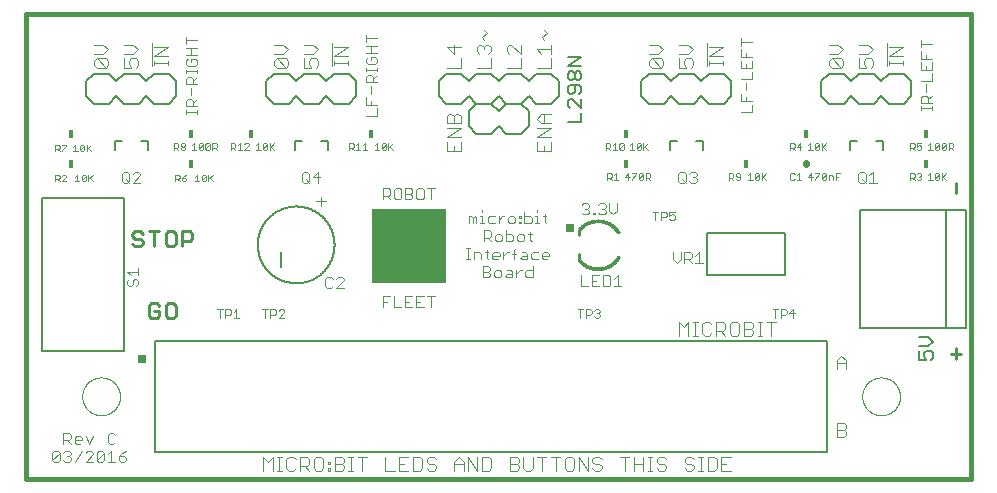
<source format=gto>
G75*
%MOIN*%
%OFA0B0*%
%FSLAX25Y25*%
%IPPOS*%
%LPD*%
%AMOC8*
5,1,8,0,0,1.08239X$1,22.5*
%
%ADD10C,0.00000*%
%ADD11C,0.00300*%
%ADD12C,0.01600*%
%ADD13C,0.00400*%
%ADD14C,0.00900*%
%ADD15R,0.02500X0.02500*%
%ADD16R,0.25000X0.25000*%
%ADD17C,0.00800*%
%ADD18R,0.01800X0.03000*%
%ADD19C,0.02200*%
%ADD20C,0.00100*%
%ADD21C,0.01000*%
%ADD22C,0.00500*%
%ADD23C,0.00200*%
D10*
X0020501Y0029300D02*
X0020503Y0029458D01*
X0020509Y0029616D01*
X0020519Y0029774D01*
X0020533Y0029932D01*
X0020551Y0030089D01*
X0020572Y0030246D01*
X0020598Y0030402D01*
X0020628Y0030558D01*
X0020661Y0030713D01*
X0020699Y0030866D01*
X0020740Y0031019D01*
X0020785Y0031171D01*
X0020834Y0031322D01*
X0020887Y0031471D01*
X0020943Y0031619D01*
X0021003Y0031765D01*
X0021067Y0031910D01*
X0021135Y0032053D01*
X0021206Y0032195D01*
X0021280Y0032335D01*
X0021358Y0032472D01*
X0021440Y0032608D01*
X0021524Y0032742D01*
X0021613Y0032873D01*
X0021704Y0033002D01*
X0021799Y0033129D01*
X0021896Y0033254D01*
X0021997Y0033376D01*
X0022101Y0033495D01*
X0022208Y0033612D01*
X0022318Y0033726D01*
X0022431Y0033837D01*
X0022546Y0033946D01*
X0022664Y0034051D01*
X0022785Y0034153D01*
X0022908Y0034253D01*
X0023034Y0034349D01*
X0023162Y0034442D01*
X0023292Y0034532D01*
X0023425Y0034618D01*
X0023560Y0034702D01*
X0023696Y0034781D01*
X0023835Y0034858D01*
X0023976Y0034930D01*
X0024118Y0035000D01*
X0024262Y0035065D01*
X0024408Y0035127D01*
X0024555Y0035185D01*
X0024704Y0035240D01*
X0024854Y0035291D01*
X0025005Y0035338D01*
X0025157Y0035381D01*
X0025310Y0035420D01*
X0025465Y0035456D01*
X0025620Y0035487D01*
X0025776Y0035515D01*
X0025932Y0035539D01*
X0026089Y0035559D01*
X0026247Y0035575D01*
X0026404Y0035587D01*
X0026563Y0035595D01*
X0026721Y0035599D01*
X0026879Y0035599D01*
X0027037Y0035595D01*
X0027196Y0035587D01*
X0027353Y0035575D01*
X0027511Y0035559D01*
X0027668Y0035539D01*
X0027824Y0035515D01*
X0027980Y0035487D01*
X0028135Y0035456D01*
X0028290Y0035420D01*
X0028443Y0035381D01*
X0028595Y0035338D01*
X0028746Y0035291D01*
X0028896Y0035240D01*
X0029045Y0035185D01*
X0029192Y0035127D01*
X0029338Y0035065D01*
X0029482Y0035000D01*
X0029624Y0034930D01*
X0029765Y0034858D01*
X0029904Y0034781D01*
X0030040Y0034702D01*
X0030175Y0034618D01*
X0030308Y0034532D01*
X0030438Y0034442D01*
X0030566Y0034349D01*
X0030692Y0034253D01*
X0030815Y0034153D01*
X0030936Y0034051D01*
X0031054Y0033946D01*
X0031169Y0033837D01*
X0031282Y0033726D01*
X0031392Y0033612D01*
X0031499Y0033495D01*
X0031603Y0033376D01*
X0031704Y0033254D01*
X0031801Y0033129D01*
X0031896Y0033002D01*
X0031987Y0032873D01*
X0032076Y0032742D01*
X0032160Y0032608D01*
X0032242Y0032472D01*
X0032320Y0032335D01*
X0032394Y0032195D01*
X0032465Y0032053D01*
X0032533Y0031910D01*
X0032597Y0031765D01*
X0032657Y0031619D01*
X0032713Y0031471D01*
X0032766Y0031322D01*
X0032815Y0031171D01*
X0032860Y0031019D01*
X0032901Y0030866D01*
X0032939Y0030713D01*
X0032972Y0030558D01*
X0033002Y0030402D01*
X0033028Y0030246D01*
X0033049Y0030089D01*
X0033067Y0029932D01*
X0033081Y0029774D01*
X0033091Y0029616D01*
X0033097Y0029458D01*
X0033099Y0029300D01*
X0033097Y0029142D01*
X0033091Y0028984D01*
X0033081Y0028826D01*
X0033067Y0028668D01*
X0033049Y0028511D01*
X0033028Y0028354D01*
X0033002Y0028198D01*
X0032972Y0028042D01*
X0032939Y0027887D01*
X0032901Y0027734D01*
X0032860Y0027581D01*
X0032815Y0027429D01*
X0032766Y0027278D01*
X0032713Y0027129D01*
X0032657Y0026981D01*
X0032597Y0026835D01*
X0032533Y0026690D01*
X0032465Y0026547D01*
X0032394Y0026405D01*
X0032320Y0026265D01*
X0032242Y0026128D01*
X0032160Y0025992D01*
X0032076Y0025858D01*
X0031987Y0025727D01*
X0031896Y0025598D01*
X0031801Y0025471D01*
X0031704Y0025346D01*
X0031603Y0025224D01*
X0031499Y0025105D01*
X0031392Y0024988D01*
X0031282Y0024874D01*
X0031169Y0024763D01*
X0031054Y0024654D01*
X0030936Y0024549D01*
X0030815Y0024447D01*
X0030692Y0024347D01*
X0030566Y0024251D01*
X0030438Y0024158D01*
X0030308Y0024068D01*
X0030175Y0023982D01*
X0030040Y0023898D01*
X0029904Y0023819D01*
X0029765Y0023742D01*
X0029624Y0023670D01*
X0029482Y0023600D01*
X0029338Y0023535D01*
X0029192Y0023473D01*
X0029045Y0023415D01*
X0028896Y0023360D01*
X0028746Y0023309D01*
X0028595Y0023262D01*
X0028443Y0023219D01*
X0028290Y0023180D01*
X0028135Y0023144D01*
X0027980Y0023113D01*
X0027824Y0023085D01*
X0027668Y0023061D01*
X0027511Y0023041D01*
X0027353Y0023025D01*
X0027196Y0023013D01*
X0027037Y0023005D01*
X0026879Y0023001D01*
X0026721Y0023001D01*
X0026563Y0023005D01*
X0026404Y0023013D01*
X0026247Y0023025D01*
X0026089Y0023041D01*
X0025932Y0023061D01*
X0025776Y0023085D01*
X0025620Y0023113D01*
X0025465Y0023144D01*
X0025310Y0023180D01*
X0025157Y0023219D01*
X0025005Y0023262D01*
X0024854Y0023309D01*
X0024704Y0023360D01*
X0024555Y0023415D01*
X0024408Y0023473D01*
X0024262Y0023535D01*
X0024118Y0023600D01*
X0023976Y0023670D01*
X0023835Y0023742D01*
X0023696Y0023819D01*
X0023560Y0023898D01*
X0023425Y0023982D01*
X0023292Y0024068D01*
X0023162Y0024158D01*
X0023034Y0024251D01*
X0022908Y0024347D01*
X0022785Y0024447D01*
X0022664Y0024549D01*
X0022546Y0024654D01*
X0022431Y0024763D01*
X0022318Y0024874D01*
X0022208Y0024988D01*
X0022101Y0025105D01*
X0021997Y0025224D01*
X0021896Y0025346D01*
X0021799Y0025471D01*
X0021704Y0025598D01*
X0021613Y0025727D01*
X0021524Y0025858D01*
X0021440Y0025992D01*
X0021358Y0026128D01*
X0021280Y0026265D01*
X0021206Y0026405D01*
X0021135Y0026547D01*
X0021067Y0026690D01*
X0021003Y0026835D01*
X0020943Y0026981D01*
X0020887Y0027129D01*
X0020834Y0027278D01*
X0020785Y0027429D01*
X0020740Y0027581D01*
X0020699Y0027734D01*
X0020661Y0027887D01*
X0020628Y0028042D01*
X0020598Y0028198D01*
X0020572Y0028354D01*
X0020551Y0028511D01*
X0020533Y0028668D01*
X0020519Y0028826D01*
X0020509Y0028984D01*
X0020503Y0029142D01*
X0020501Y0029300D01*
X0280501Y0029300D02*
X0280503Y0029458D01*
X0280509Y0029616D01*
X0280519Y0029774D01*
X0280533Y0029932D01*
X0280551Y0030089D01*
X0280572Y0030246D01*
X0280598Y0030402D01*
X0280628Y0030558D01*
X0280661Y0030713D01*
X0280699Y0030866D01*
X0280740Y0031019D01*
X0280785Y0031171D01*
X0280834Y0031322D01*
X0280887Y0031471D01*
X0280943Y0031619D01*
X0281003Y0031765D01*
X0281067Y0031910D01*
X0281135Y0032053D01*
X0281206Y0032195D01*
X0281280Y0032335D01*
X0281358Y0032472D01*
X0281440Y0032608D01*
X0281524Y0032742D01*
X0281613Y0032873D01*
X0281704Y0033002D01*
X0281799Y0033129D01*
X0281896Y0033254D01*
X0281997Y0033376D01*
X0282101Y0033495D01*
X0282208Y0033612D01*
X0282318Y0033726D01*
X0282431Y0033837D01*
X0282546Y0033946D01*
X0282664Y0034051D01*
X0282785Y0034153D01*
X0282908Y0034253D01*
X0283034Y0034349D01*
X0283162Y0034442D01*
X0283292Y0034532D01*
X0283425Y0034618D01*
X0283560Y0034702D01*
X0283696Y0034781D01*
X0283835Y0034858D01*
X0283976Y0034930D01*
X0284118Y0035000D01*
X0284262Y0035065D01*
X0284408Y0035127D01*
X0284555Y0035185D01*
X0284704Y0035240D01*
X0284854Y0035291D01*
X0285005Y0035338D01*
X0285157Y0035381D01*
X0285310Y0035420D01*
X0285465Y0035456D01*
X0285620Y0035487D01*
X0285776Y0035515D01*
X0285932Y0035539D01*
X0286089Y0035559D01*
X0286247Y0035575D01*
X0286404Y0035587D01*
X0286563Y0035595D01*
X0286721Y0035599D01*
X0286879Y0035599D01*
X0287037Y0035595D01*
X0287196Y0035587D01*
X0287353Y0035575D01*
X0287511Y0035559D01*
X0287668Y0035539D01*
X0287824Y0035515D01*
X0287980Y0035487D01*
X0288135Y0035456D01*
X0288290Y0035420D01*
X0288443Y0035381D01*
X0288595Y0035338D01*
X0288746Y0035291D01*
X0288896Y0035240D01*
X0289045Y0035185D01*
X0289192Y0035127D01*
X0289338Y0035065D01*
X0289482Y0035000D01*
X0289624Y0034930D01*
X0289765Y0034858D01*
X0289904Y0034781D01*
X0290040Y0034702D01*
X0290175Y0034618D01*
X0290308Y0034532D01*
X0290438Y0034442D01*
X0290566Y0034349D01*
X0290692Y0034253D01*
X0290815Y0034153D01*
X0290936Y0034051D01*
X0291054Y0033946D01*
X0291169Y0033837D01*
X0291282Y0033726D01*
X0291392Y0033612D01*
X0291499Y0033495D01*
X0291603Y0033376D01*
X0291704Y0033254D01*
X0291801Y0033129D01*
X0291896Y0033002D01*
X0291987Y0032873D01*
X0292076Y0032742D01*
X0292160Y0032608D01*
X0292242Y0032472D01*
X0292320Y0032335D01*
X0292394Y0032195D01*
X0292465Y0032053D01*
X0292533Y0031910D01*
X0292597Y0031765D01*
X0292657Y0031619D01*
X0292713Y0031471D01*
X0292766Y0031322D01*
X0292815Y0031171D01*
X0292860Y0031019D01*
X0292901Y0030866D01*
X0292939Y0030713D01*
X0292972Y0030558D01*
X0293002Y0030402D01*
X0293028Y0030246D01*
X0293049Y0030089D01*
X0293067Y0029932D01*
X0293081Y0029774D01*
X0293091Y0029616D01*
X0293097Y0029458D01*
X0293099Y0029300D01*
X0293097Y0029142D01*
X0293091Y0028984D01*
X0293081Y0028826D01*
X0293067Y0028668D01*
X0293049Y0028511D01*
X0293028Y0028354D01*
X0293002Y0028198D01*
X0292972Y0028042D01*
X0292939Y0027887D01*
X0292901Y0027734D01*
X0292860Y0027581D01*
X0292815Y0027429D01*
X0292766Y0027278D01*
X0292713Y0027129D01*
X0292657Y0026981D01*
X0292597Y0026835D01*
X0292533Y0026690D01*
X0292465Y0026547D01*
X0292394Y0026405D01*
X0292320Y0026265D01*
X0292242Y0026128D01*
X0292160Y0025992D01*
X0292076Y0025858D01*
X0291987Y0025727D01*
X0291896Y0025598D01*
X0291801Y0025471D01*
X0291704Y0025346D01*
X0291603Y0025224D01*
X0291499Y0025105D01*
X0291392Y0024988D01*
X0291282Y0024874D01*
X0291169Y0024763D01*
X0291054Y0024654D01*
X0290936Y0024549D01*
X0290815Y0024447D01*
X0290692Y0024347D01*
X0290566Y0024251D01*
X0290438Y0024158D01*
X0290308Y0024068D01*
X0290175Y0023982D01*
X0290040Y0023898D01*
X0289904Y0023819D01*
X0289765Y0023742D01*
X0289624Y0023670D01*
X0289482Y0023600D01*
X0289338Y0023535D01*
X0289192Y0023473D01*
X0289045Y0023415D01*
X0288896Y0023360D01*
X0288746Y0023309D01*
X0288595Y0023262D01*
X0288443Y0023219D01*
X0288290Y0023180D01*
X0288135Y0023144D01*
X0287980Y0023113D01*
X0287824Y0023085D01*
X0287668Y0023061D01*
X0287511Y0023041D01*
X0287353Y0023025D01*
X0287196Y0023013D01*
X0287037Y0023005D01*
X0286879Y0023001D01*
X0286721Y0023001D01*
X0286563Y0023005D01*
X0286404Y0023013D01*
X0286247Y0023025D01*
X0286089Y0023041D01*
X0285932Y0023061D01*
X0285776Y0023085D01*
X0285620Y0023113D01*
X0285465Y0023144D01*
X0285310Y0023180D01*
X0285157Y0023219D01*
X0285005Y0023262D01*
X0284854Y0023309D01*
X0284704Y0023360D01*
X0284555Y0023415D01*
X0284408Y0023473D01*
X0284262Y0023535D01*
X0284118Y0023600D01*
X0283976Y0023670D01*
X0283835Y0023742D01*
X0283696Y0023819D01*
X0283560Y0023898D01*
X0283425Y0023982D01*
X0283292Y0024068D01*
X0283162Y0024158D01*
X0283034Y0024251D01*
X0282908Y0024347D01*
X0282785Y0024447D01*
X0282664Y0024549D01*
X0282546Y0024654D01*
X0282431Y0024763D01*
X0282318Y0024874D01*
X0282208Y0024988D01*
X0282101Y0025105D01*
X0281997Y0025224D01*
X0281896Y0025346D01*
X0281799Y0025471D01*
X0281704Y0025598D01*
X0281613Y0025727D01*
X0281524Y0025858D01*
X0281440Y0025992D01*
X0281358Y0026128D01*
X0281280Y0026265D01*
X0281206Y0026405D01*
X0281135Y0026547D01*
X0281067Y0026690D01*
X0281003Y0026835D01*
X0280943Y0026981D01*
X0280887Y0027129D01*
X0280834Y0027278D01*
X0280785Y0027429D01*
X0280740Y0027581D01*
X0280699Y0027734D01*
X0280661Y0027887D01*
X0280628Y0028042D01*
X0280598Y0028198D01*
X0280572Y0028354D01*
X0280551Y0028511D01*
X0280533Y0028668D01*
X0280519Y0028826D01*
X0280509Y0028984D01*
X0280503Y0029142D01*
X0280501Y0029300D01*
D11*
X0227285Y0073750D02*
X0224816Y0073750D01*
X0223602Y0073750D02*
X0222368Y0074984D01*
X0222985Y0074984D02*
X0221133Y0074984D01*
X0219919Y0074984D02*
X0218684Y0073750D01*
X0217450Y0074984D01*
X0217450Y0077453D01*
X0219919Y0077453D02*
X0219919Y0074984D01*
X0221133Y0073750D02*
X0221133Y0077453D01*
X0222985Y0077453D01*
X0223602Y0076836D01*
X0223602Y0075602D01*
X0222985Y0074984D01*
X0224816Y0076219D02*
X0226051Y0077453D01*
X0226051Y0073750D01*
X0200218Y0065950D02*
X0197749Y0065950D01*
X0198984Y0065950D02*
X0198984Y0069653D01*
X0197749Y0068419D01*
X0196535Y0069036D02*
X0195918Y0069653D01*
X0194066Y0069653D01*
X0194066Y0065950D01*
X0195918Y0065950D01*
X0196535Y0066567D01*
X0196535Y0069036D01*
X0192852Y0069653D02*
X0190383Y0069653D01*
X0190383Y0065950D01*
X0192852Y0065950D01*
X0191618Y0067802D02*
X0190383Y0067802D01*
X0189169Y0065950D02*
X0186700Y0065950D01*
X0186700Y0069653D01*
X0175544Y0074950D02*
X0174310Y0074950D01*
X0173692Y0075567D01*
X0173692Y0076802D01*
X0174310Y0077419D01*
X0175544Y0077419D01*
X0176161Y0076802D01*
X0176161Y0076184D01*
X0173692Y0076184D01*
X0172478Y0074950D02*
X0170627Y0074950D01*
X0170009Y0075567D01*
X0170009Y0076802D01*
X0170627Y0077419D01*
X0172478Y0077419D01*
X0168795Y0076802D02*
X0168795Y0074950D01*
X0166943Y0074950D01*
X0166326Y0075567D01*
X0166943Y0076184D01*
X0168795Y0076184D01*
X0168795Y0076802D02*
X0168178Y0077419D01*
X0166943Y0077419D01*
X0165105Y0076802D02*
X0163871Y0076802D01*
X0162653Y0077419D02*
X0162036Y0077419D01*
X0160801Y0076184D01*
X0159587Y0076184D02*
X0157118Y0076184D01*
X0157118Y0075567D02*
X0157118Y0076802D01*
X0157736Y0077419D01*
X0158970Y0077419D01*
X0159587Y0076802D01*
X0159587Y0076184D01*
X0158970Y0074950D02*
X0157736Y0074950D01*
X0157118Y0075567D01*
X0155897Y0074950D02*
X0155280Y0075567D01*
X0155280Y0078036D01*
X0154663Y0077419D02*
X0155897Y0077419D01*
X0153449Y0076802D02*
X0153449Y0074950D01*
X0153449Y0076802D02*
X0152831Y0077419D01*
X0150980Y0077419D01*
X0150980Y0074950D01*
X0149759Y0074950D02*
X0148524Y0074950D01*
X0149142Y0074950D02*
X0149142Y0078653D01*
X0149759Y0078653D02*
X0148524Y0078653D01*
X0154356Y0080950D02*
X0154356Y0084653D01*
X0156208Y0084653D01*
X0156825Y0084036D01*
X0156825Y0082802D01*
X0156208Y0082184D01*
X0154356Y0082184D01*
X0155590Y0082184D02*
X0156825Y0080950D01*
X0158039Y0081567D02*
X0158039Y0082802D01*
X0158656Y0083419D01*
X0159891Y0083419D01*
X0160508Y0082802D01*
X0160508Y0081567D01*
X0159891Y0080950D01*
X0158656Y0080950D01*
X0158039Y0081567D01*
X0161722Y0080950D02*
X0163574Y0080950D01*
X0164191Y0081567D01*
X0164191Y0082802D01*
X0163574Y0083419D01*
X0161722Y0083419D01*
X0161722Y0084653D02*
X0161722Y0080950D01*
X0165405Y0081567D02*
X0165405Y0082802D01*
X0166023Y0083419D01*
X0167257Y0083419D01*
X0167874Y0082802D01*
X0167874Y0081567D01*
X0167257Y0080950D01*
X0166023Y0080950D01*
X0165405Y0081567D01*
X0165105Y0078653D02*
X0164488Y0078036D01*
X0164488Y0074950D01*
X0160801Y0074950D02*
X0160801Y0077419D01*
X0155901Y0072653D02*
X0154049Y0072653D01*
X0154049Y0068950D01*
X0155901Y0068950D01*
X0156518Y0069567D01*
X0156518Y0070184D01*
X0155901Y0070802D01*
X0154049Y0070802D01*
X0155901Y0070802D02*
X0156518Y0071419D01*
X0156518Y0072036D01*
X0155901Y0072653D01*
X0157732Y0070802D02*
X0157732Y0069567D01*
X0158349Y0068950D01*
X0159584Y0068950D01*
X0160201Y0069567D01*
X0160201Y0070802D01*
X0159584Y0071419D01*
X0158349Y0071419D01*
X0157732Y0070802D01*
X0161415Y0069567D02*
X0162033Y0070184D01*
X0163884Y0070184D01*
X0163884Y0070802D02*
X0163884Y0068950D01*
X0162033Y0068950D01*
X0161415Y0069567D01*
X0162033Y0071419D02*
X0163267Y0071419D01*
X0163884Y0070802D01*
X0165098Y0071419D02*
X0165098Y0068950D01*
X0165098Y0070184D02*
X0166333Y0071419D01*
X0166950Y0071419D01*
X0168168Y0070802D02*
X0168785Y0071419D01*
X0170637Y0071419D01*
X0170637Y0072653D02*
X0170637Y0068950D01*
X0168785Y0068950D01*
X0168168Y0069567D01*
X0168168Y0070802D01*
X0170323Y0080950D02*
X0169706Y0081567D01*
X0169706Y0084036D01*
X0169089Y0083419D02*
X0170323Y0083419D01*
X0169712Y0086950D02*
X0167861Y0086950D01*
X0167861Y0090653D01*
X0167861Y0089419D02*
X0169712Y0089419D01*
X0170330Y0088802D01*
X0170330Y0087567D01*
X0169712Y0086950D01*
X0171544Y0086950D02*
X0172778Y0086950D01*
X0172161Y0086950D02*
X0172161Y0089419D01*
X0171544Y0089419D01*
X0172161Y0090653D02*
X0172161Y0091270D01*
X0173999Y0089419D02*
X0175234Y0089419D01*
X0174617Y0090036D02*
X0174617Y0087567D01*
X0175234Y0086950D01*
X0166636Y0086950D02*
X0166019Y0086950D01*
X0166019Y0087567D01*
X0166636Y0087567D01*
X0166636Y0086950D01*
X0166636Y0088802D02*
X0166019Y0088802D01*
X0166019Y0089419D01*
X0166636Y0089419D01*
X0166636Y0088802D01*
X0164805Y0088802D02*
X0164188Y0089419D01*
X0162953Y0089419D01*
X0162336Y0088802D01*
X0162336Y0087567D01*
X0162953Y0086950D01*
X0164188Y0086950D01*
X0164805Y0087567D01*
X0164805Y0088802D01*
X0161118Y0089419D02*
X0160501Y0089419D01*
X0159267Y0088184D01*
X0159267Y0086950D02*
X0159267Y0089419D01*
X0158052Y0089419D02*
X0156201Y0089419D01*
X0155584Y0088802D01*
X0155584Y0087567D01*
X0156201Y0086950D01*
X0158052Y0086950D01*
X0154363Y0086950D02*
X0153128Y0086950D01*
X0153745Y0086950D02*
X0153745Y0089419D01*
X0153128Y0089419D01*
X0151914Y0088802D02*
X0151914Y0086950D01*
X0150680Y0086950D02*
X0150680Y0088802D01*
X0151297Y0089419D01*
X0151914Y0088802D01*
X0150680Y0088802D02*
X0150062Y0089419D01*
X0149445Y0089419D01*
X0149445Y0086950D01*
X0153745Y0090653D02*
X0153745Y0091270D01*
X0137943Y0098653D02*
X0135475Y0098653D01*
X0136709Y0098653D02*
X0136709Y0094950D01*
X0134260Y0095567D02*
X0133643Y0094950D01*
X0132409Y0094950D01*
X0131792Y0095567D01*
X0131792Y0098036D01*
X0132409Y0098653D01*
X0133643Y0098653D01*
X0134260Y0098036D01*
X0134260Y0095567D01*
X0130577Y0095567D02*
X0129960Y0094950D01*
X0128108Y0094950D01*
X0128108Y0098653D01*
X0129960Y0098653D01*
X0130577Y0098036D01*
X0130577Y0097419D01*
X0129960Y0096802D01*
X0128108Y0096802D01*
X0126894Y0095567D02*
X0126894Y0098036D01*
X0126277Y0098653D01*
X0125042Y0098653D01*
X0124425Y0098036D01*
X0124425Y0095567D01*
X0125042Y0094950D01*
X0126277Y0094950D01*
X0126894Y0095567D01*
X0129960Y0096802D02*
X0130577Y0096184D01*
X0130577Y0095567D01*
X0123211Y0094950D02*
X0121977Y0096184D01*
X0122594Y0096184D02*
X0120742Y0096184D01*
X0120742Y0094950D02*
X0120742Y0098653D01*
X0122594Y0098653D01*
X0123211Y0098036D01*
X0123211Y0096802D01*
X0122594Y0096184D01*
X0099852Y0102302D02*
X0097383Y0102302D01*
X0099235Y0104153D01*
X0099235Y0100450D01*
X0096169Y0100450D02*
X0094934Y0101684D01*
X0094317Y0100450D02*
X0093700Y0101067D01*
X0093700Y0103536D01*
X0094317Y0104153D01*
X0095552Y0104153D01*
X0096169Y0103536D01*
X0096169Y0101067D01*
X0095552Y0100450D01*
X0094317Y0100450D01*
X0084522Y0111450D02*
X0083421Y0112551D01*
X0083054Y0112184D02*
X0084522Y0113652D01*
X0083054Y0113652D02*
X0083054Y0111450D01*
X0082220Y0111817D02*
X0081853Y0111450D01*
X0081119Y0111450D01*
X0080752Y0111817D01*
X0082220Y0113285D01*
X0082220Y0111817D01*
X0082220Y0113285D02*
X0081853Y0113652D01*
X0081119Y0113652D01*
X0080752Y0113285D01*
X0080752Y0111817D01*
X0079918Y0111450D02*
X0078450Y0111450D01*
X0079184Y0111450D02*
X0079184Y0113652D01*
X0078450Y0112918D01*
X0076022Y0112918D02*
X0074554Y0111450D01*
X0076022Y0111450D01*
X0076022Y0112918D02*
X0076022Y0113285D01*
X0075655Y0113652D01*
X0074921Y0113652D01*
X0074554Y0113285D01*
X0072986Y0113652D02*
X0072986Y0111450D01*
X0072252Y0111450D02*
X0073720Y0111450D01*
X0072252Y0112918D02*
X0072986Y0113652D01*
X0071418Y0113285D02*
X0071418Y0112551D01*
X0071051Y0112184D01*
X0069950Y0112184D01*
X0070684Y0112184D02*
X0071418Y0111450D01*
X0069950Y0111450D02*
X0069950Y0113652D01*
X0071051Y0113652D01*
X0071418Y0113285D01*
X0065324Y0113285D02*
X0065324Y0112551D01*
X0064957Y0112184D01*
X0063856Y0112184D01*
X0064590Y0112184D02*
X0065324Y0111450D01*
X0063856Y0111450D02*
X0063856Y0113652D01*
X0064957Y0113652D01*
X0065324Y0113285D01*
X0063022Y0113285D02*
X0061554Y0111817D01*
X0061921Y0111450D01*
X0062655Y0111450D01*
X0063022Y0111817D01*
X0063022Y0113285D01*
X0062655Y0113652D01*
X0061921Y0113652D01*
X0061554Y0113285D01*
X0061554Y0111817D01*
X0060720Y0111817D02*
X0060353Y0111450D01*
X0059619Y0111450D01*
X0059252Y0111817D01*
X0060720Y0113285D01*
X0060720Y0111817D01*
X0060720Y0113285D02*
X0060353Y0113652D01*
X0059619Y0113652D01*
X0059252Y0113285D01*
X0059252Y0111817D01*
X0058418Y0111450D02*
X0056950Y0111450D01*
X0057684Y0111450D02*
X0057684Y0113652D01*
X0056950Y0112918D01*
X0054720Y0112918D02*
X0054353Y0112551D01*
X0053619Y0112551D01*
X0053252Y0112918D01*
X0053252Y0113285D01*
X0053619Y0113652D01*
X0054353Y0113652D01*
X0054720Y0113285D01*
X0054720Y0112918D01*
X0054353Y0112551D02*
X0054720Y0112184D01*
X0054720Y0111817D01*
X0054353Y0111450D01*
X0053619Y0111450D01*
X0053252Y0111817D01*
X0053252Y0112184D01*
X0053619Y0112551D01*
X0052418Y0112551D02*
X0052418Y0113285D01*
X0052051Y0113652D01*
X0050950Y0113652D01*
X0050950Y0111450D01*
X0050950Y0112184D02*
X0052051Y0112184D01*
X0052418Y0112551D01*
X0051684Y0112184D02*
X0052418Y0111450D01*
X0052551Y0103152D02*
X0052918Y0102785D01*
X0052918Y0102051D01*
X0052551Y0101684D01*
X0051450Y0101684D01*
X0052184Y0101684D02*
X0052918Y0100950D01*
X0053752Y0101317D02*
X0054119Y0100950D01*
X0054853Y0100950D01*
X0055220Y0101317D01*
X0055220Y0101684D01*
X0054853Y0102051D01*
X0053752Y0102051D01*
X0053752Y0101317D01*
X0053752Y0102051D02*
X0054486Y0102785D01*
X0055220Y0103152D01*
X0052551Y0103152D02*
X0051450Y0103152D01*
X0051450Y0100950D01*
X0057950Y0100950D02*
X0059418Y0100950D01*
X0058684Y0100950D02*
X0058684Y0103152D01*
X0057950Y0102418D01*
X0060252Y0102785D02*
X0060619Y0103152D01*
X0061353Y0103152D01*
X0061720Y0102785D01*
X0060252Y0101317D01*
X0060619Y0100950D01*
X0061353Y0100950D01*
X0061720Y0101317D01*
X0061720Y0102785D01*
X0062554Y0103152D02*
X0062554Y0100950D01*
X0062554Y0101684D02*
X0064022Y0103152D01*
X0062921Y0102051D02*
X0064022Y0100950D01*
X0060252Y0101317D02*
X0060252Y0102785D01*
X0039852Y0102919D02*
X0039852Y0103536D01*
X0039235Y0104153D01*
X0038000Y0104153D01*
X0037383Y0103536D01*
X0036169Y0103536D02*
X0036169Y0101067D01*
X0035552Y0100450D01*
X0034317Y0100450D01*
X0033700Y0101067D01*
X0033700Y0103536D01*
X0034317Y0104153D01*
X0035552Y0104153D01*
X0036169Y0103536D01*
X0034934Y0101684D02*
X0036169Y0100450D01*
X0037383Y0100450D02*
X0039852Y0102919D01*
X0039852Y0100450D02*
X0037383Y0100450D01*
X0024022Y0100950D02*
X0022921Y0102051D01*
X0022554Y0101684D02*
X0024022Y0103152D01*
X0022554Y0103152D02*
X0022554Y0100950D01*
X0021720Y0101317D02*
X0021353Y0100950D01*
X0020619Y0100950D01*
X0020252Y0101317D01*
X0021720Y0102785D01*
X0021720Y0101317D01*
X0021720Y0102785D02*
X0021353Y0103152D01*
X0020619Y0103152D01*
X0020252Y0102785D01*
X0020252Y0101317D01*
X0019418Y0100950D02*
X0017950Y0100950D01*
X0018684Y0100950D02*
X0018684Y0103152D01*
X0017950Y0102418D01*
X0015220Y0102418D02*
X0015220Y0102785D01*
X0014853Y0103152D01*
X0014119Y0103152D01*
X0013752Y0102785D01*
X0012918Y0102785D02*
X0012918Y0102051D01*
X0012551Y0101684D01*
X0011450Y0101684D01*
X0012184Y0101684D02*
X0012918Y0100950D01*
X0013752Y0100950D02*
X0015220Y0102418D01*
X0015220Y0100950D02*
X0013752Y0100950D01*
X0012918Y0102785D02*
X0012551Y0103152D01*
X0011450Y0103152D01*
X0011450Y0100950D01*
X0011450Y0110950D02*
X0011450Y0113152D01*
X0012551Y0113152D01*
X0012918Y0112785D01*
X0012918Y0112051D01*
X0012551Y0111684D01*
X0011450Y0111684D01*
X0012184Y0111684D02*
X0012918Y0110950D01*
X0013752Y0110950D02*
X0013752Y0111317D01*
X0015220Y0112785D01*
X0015220Y0113152D01*
X0013752Y0113152D01*
X0017450Y0112418D02*
X0018184Y0113152D01*
X0018184Y0110950D01*
X0017450Y0110950D02*
X0018918Y0110950D01*
X0019752Y0111317D02*
X0021220Y0112785D01*
X0021220Y0111317D01*
X0020853Y0110950D01*
X0020119Y0110950D01*
X0019752Y0111317D01*
X0019752Y0112785D01*
X0020119Y0113152D01*
X0020853Y0113152D01*
X0021220Y0112785D01*
X0022054Y0113152D02*
X0022054Y0110950D01*
X0022054Y0111684D02*
X0023522Y0113152D01*
X0022421Y0112051D02*
X0023522Y0110950D01*
X0101450Y0068536D02*
X0101450Y0066067D01*
X0102067Y0065450D01*
X0103302Y0065450D01*
X0103919Y0066067D01*
X0105133Y0065450D02*
X0107602Y0067919D01*
X0107602Y0068536D01*
X0106985Y0069153D01*
X0105750Y0069153D01*
X0105133Y0068536D01*
X0103919Y0068536D02*
X0103302Y0069153D01*
X0102067Y0069153D01*
X0101450Y0068536D01*
X0105133Y0065450D02*
X0107602Y0065450D01*
X0120742Y0062653D02*
X0120742Y0058950D01*
X0120742Y0060802D02*
X0121977Y0060802D01*
X0123211Y0062653D02*
X0120742Y0062653D01*
X0124425Y0062653D02*
X0124425Y0058950D01*
X0126894Y0058950D01*
X0128108Y0058950D02*
X0130577Y0058950D01*
X0131792Y0058950D02*
X0134260Y0058950D01*
X0133026Y0060802D02*
X0131792Y0060802D01*
X0131792Y0062653D02*
X0131792Y0058950D01*
X0129343Y0060802D02*
X0128108Y0060802D01*
X0128108Y0062653D02*
X0128108Y0058950D01*
X0128108Y0062653D02*
X0130577Y0062653D01*
X0131792Y0062653D02*
X0134260Y0062653D01*
X0135475Y0062653D02*
X0137943Y0062653D01*
X0136709Y0062653D02*
X0136709Y0058950D01*
X0186950Y0090567D02*
X0187567Y0089950D01*
X0188802Y0089950D01*
X0189419Y0090567D01*
X0189419Y0091184D01*
X0188802Y0091802D01*
X0188184Y0091802D01*
X0188802Y0091802D02*
X0189419Y0092419D01*
X0189419Y0093036D01*
X0188802Y0093653D01*
X0187567Y0093653D01*
X0186950Y0093036D01*
X0190633Y0090567D02*
X0191250Y0090567D01*
X0191250Y0089950D01*
X0190633Y0089950D01*
X0190633Y0090567D01*
X0192475Y0090567D02*
X0193092Y0089950D01*
X0194326Y0089950D01*
X0194943Y0090567D01*
X0194943Y0091184D01*
X0194326Y0091802D01*
X0193709Y0091802D01*
X0194326Y0091802D02*
X0194943Y0092419D01*
X0194943Y0093036D01*
X0194326Y0093653D01*
X0193092Y0093653D01*
X0192475Y0093036D01*
X0196158Y0093653D02*
X0196158Y0091184D01*
X0197392Y0089950D01*
X0198627Y0091184D01*
X0198627Y0093653D01*
X0198486Y0101450D02*
X0198486Y0103652D01*
X0197752Y0102918D01*
X0196918Y0103285D02*
X0196918Y0102551D01*
X0196551Y0102184D01*
X0195450Y0102184D01*
X0196184Y0102184D02*
X0196918Y0101450D01*
X0197752Y0101450D02*
X0199220Y0101450D01*
X0201450Y0102551D02*
X0202551Y0103652D01*
X0202551Y0101450D01*
X0202918Y0102551D02*
X0201450Y0102551D01*
X0203752Y0101817D02*
X0205220Y0103285D01*
X0205220Y0103652D01*
X0203752Y0103652D01*
X0203752Y0101817D02*
X0203752Y0101450D01*
X0206054Y0101817D02*
X0207522Y0103285D01*
X0207522Y0101817D01*
X0207155Y0101450D01*
X0206421Y0101450D01*
X0206054Y0101817D01*
X0206054Y0103285D01*
X0206421Y0103652D01*
X0207155Y0103652D01*
X0207522Y0103285D01*
X0208356Y0103652D02*
X0209457Y0103652D01*
X0209824Y0103285D01*
X0209824Y0102551D01*
X0209457Y0102184D01*
X0208356Y0102184D01*
X0209090Y0102184D02*
X0209824Y0101450D01*
X0208356Y0101450D02*
X0208356Y0103652D01*
X0219200Y0103536D02*
X0219200Y0101067D01*
X0219817Y0100450D01*
X0221052Y0100450D01*
X0221669Y0101067D01*
X0221669Y0103536D01*
X0221052Y0104153D01*
X0219817Y0104153D01*
X0219200Y0103536D01*
X0220434Y0101684D02*
X0221669Y0100450D01*
X0222883Y0101067D02*
X0223500Y0100450D01*
X0224735Y0100450D01*
X0225352Y0101067D01*
X0225352Y0101684D01*
X0224735Y0102302D01*
X0224118Y0102302D01*
X0224735Y0102302D02*
X0225352Y0102919D01*
X0225352Y0103536D01*
X0224735Y0104153D01*
X0223500Y0104153D01*
X0222883Y0103536D01*
X0235950Y0103652D02*
X0235950Y0101450D01*
X0235950Y0102184D02*
X0237051Y0102184D01*
X0237418Y0102551D01*
X0237418Y0103285D01*
X0237051Y0103652D01*
X0235950Y0103652D01*
X0236684Y0102184D02*
X0237418Y0101450D01*
X0238252Y0101817D02*
X0238619Y0101450D01*
X0239353Y0101450D01*
X0239720Y0101817D01*
X0239720Y0103285D01*
X0239353Y0103652D01*
X0238619Y0103652D01*
X0238252Y0103285D01*
X0238252Y0102918D01*
X0238619Y0102551D01*
X0239720Y0102551D01*
X0242450Y0102918D02*
X0243184Y0103652D01*
X0243184Y0101450D01*
X0242450Y0101450D02*
X0243918Y0101450D01*
X0244752Y0101817D02*
X0246220Y0103285D01*
X0246220Y0101817D01*
X0245853Y0101450D01*
X0245119Y0101450D01*
X0244752Y0101817D01*
X0244752Y0103285D01*
X0245119Y0103652D01*
X0245853Y0103652D01*
X0246220Y0103285D01*
X0247054Y0103652D02*
X0247054Y0101450D01*
X0247054Y0102184D02*
X0248522Y0103652D01*
X0247421Y0102551D02*
X0248522Y0101450D01*
X0256450Y0101817D02*
X0256817Y0101450D01*
X0257551Y0101450D01*
X0257918Y0101817D01*
X0258752Y0101450D02*
X0260220Y0101450D01*
X0259486Y0101450D02*
X0259486Y0103652D01*
X0258752Y0102918D01*
X0257918Y0103285D02*
X0257551Y0103652D01*
X0256817Y0103652D01*
X0256450Y0103285D01*
X0256450Y0101817D01*
X0262450Y0102551D02*
X0263918Y0102551D01*
X0264752Y0101817D02*
X0264752Y0101450D01*
X0264752Y0101817D02*
X0266220Y0103285D01*
X0266220Y0103652D01*
X0264752Y0103652D01*
X0263551Y0103652D02*
X0262450Y0102551D01*
X0263551Y0101450D02*
X0263551Y0103652D01*
X0267054Y0103285D02*
X0267054Y0101817D01*
X0268522Y0103285D01*
X0268522Y0101817D01*
X0268155Y0101450D01*
X0267421Y0101450D01*
X0267054Y0101817D01*
X0267054Y0103285D02*
X0267421Y0103652D01*
X0268155Y0103652D01*
X0268522Y0103285D01*
X0269356Y0102918D02*
X0270457Y0102918D01*
X0270824Y0102551D01*
X0270824Y0101450D01*
X0271658Y0101450D02*
X0271658Y0103652D01*
X0273126Y0103652D01*
X0272392Y0102551D02*
X0271658Y0102551D01*
X0269356Y0102918D02*
X0269356Y0101450D01*
X0279200Y0101067D02*
X0279817Y0100450D01*
X0281052Y0100450D01*
X0281669Y0101067D01*
X0281669Y0103536D01*
X0281052Y0104153D01*
X0279817Y0104153D01*
X0279200Y0103536D01*
X0279200Y0101067D01*
X0280434Y0101684D02*
X0281669Y0100450D01*
X0282883Y0100450D02*
X0285352Y0100450D01*
X0284118Y0100450D02*
X0284118Y0104153D01*
X0282883Y0102919D01*
X0296450Y0103652D02*
X0296450Y0101450D01*
X0296450Y0102184D02*
X0297551Y0102184D01*
X0297918Y0102551D01*
X0297918Y0103285D01*
X0297551Y0103652D01*
X0296450Y0103652D01*
X0297184Y0102184D02*
X0297918Y0101450D01*
X0298752Y0101817D02*
X0299119Y0101450D01*
X0299853Y0101450D01*
X0300220Y0101817D01*
X0300220Y0102184D01*
X0299853Y0102551D01*
X0299486Y0102551D01*
X0299853Y0102551D02*
X0300220Y0102918D01*
X0300220Y0103285D01*
X0299853Y0103652D01*
X0299119Y0103652D01*
X0298752Y0103285D01*
X0302450Y0102918D02*
X0303184Y0103652D01*
X0303184Y0101450D01*
X0302450Y0101450D02*
X0303918Y0101450D01*
X0304752Y0101817D02*
X0306220Y0103285D01*
X0306220Y0101817D01*
X0305853Y0101450D01*
X0305119Y0101450D01*
X0304752Y0101817D01*
X0304752Y0103285D01*
X0305119Y0103652D01*
X0305853Y0103652D01*
X0306220Y0103285D01*
X0307054Y0103652D02*
X0307054Y0101450D01*
X0307054Y0102184D02*
X0308522Y0103652D01*
X0307421Y0102551D02*
X0308522Y0101450D01*
X0308155Y0111450D02*
X0307421Y0111450D01*
X0307054Y0111817D01*
X0308522Y0113285D01*
X0308522Y0111817D01*
X0308155Y0111450D01*
X0307054Y0111817D02*
X0307054Y0113285D01*
X0307421Y0113652D01*
X0308155Y0113652D01*
X0308522Y0113285D01*
X0309356Y0113652D02*
X0309356Y0111450D01*
X0309356Y0112184D02*
X0310457Y0112184D01*
X0310824Y0112551D01*
X0310824Y0113285D01*
X0310457Y0113652D01*
X0309356Y0113652D01*
X0310090Y0112184D02*
X0310824Y0111450D01*
X0306220Y0111817D02*
X0306220Y0113285D01*
X0304752Y0111817D01*
X0305119Y0111450D01*
X0305853Y0111450D01*
X0306220Y0111817D01*
X0306220Y0113285D02*
X0305853Y0113652D01*
X0305119Y0113652D01*
X0304752Y0113285D01*
X0304752Y0111817D01*
X0303918Y0111450D02*
X0302450Y0111450D01*
X0303184Y0111450D02*
X0303184Y0113652D01*
X0302450Y0112918D01*
X0300220Y0112551D02*
X0300220Y0111817D01*
X0299853Y0111450D01*
X0299119Y0111450D01*
X0298752Y0111817D01*
X0298752Y0112551D02*
X0299486Y0112918D01*
X0299853Y0112918D01*
X0300220Y0112551D01*
X0300220Y0113652D02*
X0298752Y0113652D01*
X0298752Y0112551D01*
X0297918Y0112551D02*
X0297918Y0113285D01*
X0297551Y0113652D01*
X0296450Y0113652D01*
X0296450Y0111450D01*
X0296450Y0112184D02*
X0297551Y0112184D01*
X0297918Y0112551D01*
X0297184Y0112184D02*
X0297918Y0111450D01*
X0268522Y0111450D02*
X0267421Y0112551D01*
X0267054Y0112184D02*
X0268522Y0113652D01*
X0267054Y0113652D02*
X0267054Y0111450D01*
X0266220Y0111817D02*
X0266220Y0113285D01*
X0264752Y0111817D01*
X0265119Y0111450D01*
X0265853Y0111450D01*
X0266220Y0111817D01*
X0266220Y0113285D02*
X0265853Y0113652D01*
X0265119Y0113652D01*
X0264752Y0113285D01*
X0264752Y0111817D01*
X0263918Y0111450D02*
X0262450Y0111450D01*
X0263184Y0111450D02*
X0263184Y0113652D01*
X0262450Y0112918D01*
X0260220Y0112551D02*
X0258752Y0112551D01*
X0259853Y0113652D01*
X0259853Y0111450D01*
X0257918Y0111450D02*
X0257184Y0112184D01*
X0257551Y0112184D02*
X0256450Y0112184D01*
X0256450Y0111450D02*
X0256450Y0113652D01*
X0257551Y0113652D01*
X0257918Y0113285D01*
X0257918Y0112551D01*
X0257551Y0112184D01*
X0209022Y0111450D02*
X0207921Y0112551D01*
X0207554Y0112184D02*
X0209022Y0113652D01*
X0207554Y0113652D02*
X0207554Y0111450D01*
X0206720Y0111817D02*
X0206720Y0113285D01*
X0205252Y0111817D01*
X0205619Y0111450D01*
X0206353Y0111450D01*
X0206720Y0111817D01*
X0206720Y0113285D02*
X0206353Y0113652D01*
X0205619Y0113652D01*
X0205252Y0113285D01*
X0205252Y0111817D01*
X0204418Y0111450D02*
X0202950Y0111450D01*
X0203684Y0111450D02*
X0203684Y0113652D01*
X0202950Y0112918D01*
X0201022Y0113285D02*
X0199554Y0111817D01*
X0199921Y0111450D01*
X0200655Y0111450D01*
X0201022Y0111817D01*
X0201022Y0113285D01*
X0200655Y0113652D01*
X0199921Y0113652D01*
X0199554Y0113285D01*
X0199554Y0111817D01*
X0198720Y0111450D02*
X0197252Y0111450D01*
X0197986Y0111450D02*
X0197986Y0113652D01*
X0197252Y0112918D01*
X0196418Y0113285D02*
X0196418Y0112551D01*
X0196051Y0112184D01*
X0194950Y0112184D01*
X0195684Y0112184D02*
X0196418Y0111450D01*
X0194950Y0111450D02*
X0194950Y0113652D01*
X0196051Y0113652D01*
X0196418Y0113285D01*
X0196551Y0103652D02*
X0195450Y0103652D01*
X0195450Y0101450D01*
X0196918Y0103285D02*
X0196551Y0103652D01*
X0124022Y0111450D02*
X0122921Y0112551D01*
X0122554Y0112184D02*
X0124022Y0113652D01*
X0122554Y0113652D02*
X0122554Y0111450D01*
X0121720Y0111817D02*
X0121353Y0111450D01*
X0120619Y0111450D01*
X0120252Y0111817D01*
X0121720Y0113285D01*
X0121720Y0111817D01*
X0121720Y0113285D02*
X0121353Y0113652D01*
X0120619Y0113652D01*
X0120252Y0113285D01*
X0120252Y0111817D01*
X0119418Y0111450D02*
X0117950Y0111450D01*
X0118684Y0111450D02*
X0118684Y0113652D01*
X0117950Y0112918D01*
X0115522Y0111450D02*
X0114054Y0111450D01*
X0114788Y0111450D02*
X0114788Y0113652D01*
X0114054Y0112918D01*
X0113220Y0111450D02*
X0111752Y0111450D01*
X0112486Y0111450D02*
X0112486Y0113652D01*
X0111752Y0112918D01*
X0110918Y0113285D02*
X0110918Y0112551D01*
X0110551Y0112184D01*
X0109450Y0112184D01*
X0110184Y0112184D02*
X0110918Y0111450D01*
X0109450Y0111450D02*
X0109450Y0113652D01*
X0110551Y0113652D01*
X0110918Y0113285D01*
X0030826Y0017153D02*
X0029592Y0017153D01*
X0028975Y0016536D01*
X0028975Y0014067D01*
X0029592Y0013450D01*
X0030826Y0013450D01*
X0031443Y0014067D01*
X0031443Y0016536D02*
X0030826Y0017153D01*
X0024077Y0015919D02*
X0022843Y0013450D01*
X0021608Y0015919D01*
X0020394Y0015302D02*
X0020394Y0014684D01*
X0017925Y0014684D01*
X0017925Y0014067D02*
X0017925Y0015302D01*
X0018542Y0015919D01*
X0019777Y0015919D01*
X0020394Y0015302D01*
X0019777Y0013450D02*
X0018542Y0013450D01*
X0017925Y0014067D01*
X0016711Y0013450D02*
X0015477Y0014684D01*
X0016094Y0014684D02*
X0014242Y0014684D01*
X0014242Y0013450D02*
X0014242Y0017153D01*
X0016094Y0017153D01*
X0016711Y0016536D01*
X0016711Y0015302D01*
X0016094Y0014684D01*
X0016094Y0011153D02*
X0016711Y0010536D01*
X0016711Y0009919D01*
X0016094Y0009302D01*
X0016711Y0008684D01*
X0016711Y0008067D01*
X0016094Y0007450D01*
X0014859Y0007450D01*
X0014242Y0008067D01*
X0013028Y0008067D02*
X0012411Y0007450D01*
X0011176Y0007450D01*
X0010559Y0008067D01*
X0013028Y0010536D01*
X0013028Y0008067D01*
X0013028Y0010536D02*
X0012411Y0011153D01*
X0011176Y0011153D01*
X0010559Y0010536D01*
X0010559Y0008067D01*
X0014242Y0010536D02*
X0014859Y0011153D01*
X0016094Y0011153D01*
X0016094Y0009302D02*
X0015477Y0009302D01*
X0017925Y0007450D02*
X0020394Y0011153D01*
X0021608Y0010536D02*
X0022226Y0011153D01*
X0023460Y0011153D01*
X0024077Y0010536D01*
X0024077Y0009919D01*
X0021608Y0007450D01*
X0024077Y0007450D01*
X0025292Y0008067D02*
X0027760Y0010536D01*
X0027760Y0008067D01*
X0027143Y0007450D01*
X0025909Y0007450D01*
X0025292Y0008067D01*
X0025292Y0010536D01*
X0025909Y0011153D01*
X0027143Y0011153D01*
X0027760Y0010536D01*
X0028975Y0009919D02*
X0030209Y0011153D01*
X0030209Y0007450D01*
X0028975Y0007450D02*
X0031443Y0007450D01*
X0032658Y0008067D02*
X0033275Y0007450D01*
X0034509Y0007450D01*
X0035127Y0008067D01*
X0035127Y0008684D01*
X0034509Y0009302D01*
X0032658Y0009302D01*
X0032658Y0008067D01*
X0032658Y0009302D02*
X0033892Y0010536D01*
X0035127Y0011153D01*
D12*
X0001800Y0001800D02*
X0001800Y0156800D01*
X0316800Y0156800D01*
X0316800Y0001800D01*
X0001800Y0001800D01*
D13*
X0080849Y0004500D02*
X0080849Y0009104D01*
X0082384Y0007569D01*
X0083919Y0009104D01*
X0083919Y0004500D01*
X0085453Y0004500D02*
X0086988Y0004500D01*
X0086221Y0004500D02*
X0086221Y0009104D01*
X0086988Y0009104D02*
X0085453Y0009104D01*
X0088523Y0008337D02*
X0088523Y0005267D01*
X0089290Y0004500D01*
X0090825Y0004500D01*
X0091592Y0005267D01*
X0093127Y0004500D02*
X0093127Y0009104D01*
X0095429Y0009104D01*
X0096196Y0008337D01*
X0096196Y0006802D01*
X0095429Y0006035D01*
X0093127Y0006035D01*
X0094661Y0006035D02*
X0096196Y0004500D01*
X0097730Y0005267D02*
X0098498Y0004500D01*
X0100032Y0004500D01*
X0100800Y0005267D01*
X0100800Y0008337D01*
X0100032Y0009104D01*
X0098498Y0009104D01*
X0097730Y0008337D01*
X0097730Y0005267D01*
X0102334Y0005267D02*
X0102334Y0004500D01*
X0103102Y0004500D01*
X0103102Y0005267D01*
X0102334Y0005267D01*
X0102334Y0006802D02*
X0102334Y0007569D01*
X0103102Y0007569D01*
X0103102Y0006802D01*
X0102334Y0006802D01*
X0104636Y0006802D02*
X0106938Y0006802D01*
X0107706Y0006035D01*
X0107706Y0005267D01*
X0106938Y0004500D01*
X0104636Y0004500D01*
X0104636Y0009104D01*
X0106938Y0009104D01*
X0107706Y0008337D01*
X0107706Y0007569D01*
X0106938Y0006802D01*
X0109240Y0009104D02*
X0110775Y0009104D01*
X0110008Y0009104D02*
X0110008Y0004500D01*
X0110775Y0004500D02*
X0109240Y0004500D01*
X0113844Y0004500D02*
X0113844Y0009104D01*
X0112310Y0009104D02*
X0115379Y0009104D01*
X0121517Y0009104D02*
X0121517Y0004500D01*
X0124587Y0004500D01*
X0126121Y0004500D02*
X0129191Y0004500D01*
X0130725Y0004500D02*
X0133027Y0004500D01*
X0133795Y0005267D01*
X0133795Y0008337D01*
X0133027Y0009104D01*
X0130725Y0009104D01*
X0130725Y0004500D01*
X0127656Y0006802D02*
X0126121Y0006802D01*
X0126121Y0009104D02*
X0126121Y0004500D01*
X0126121Y0009104D02*
X0129191Y0009104D01*
X0135329Y0008337D02*
X0135329Y0007569D01*
X0136097Y0006802D01*
X0137631Y0006802D01*
X0138398Y0006035D01*
X0138398Y0005267D01*
X0137631Y0004500D01*
X0136097Y0004500D01*
X0135329Y0005267D01*
X0135329Y0008337D02*
X0136097Y0009104D01*
X0137631Y0009104D01*
X0138398Y0008337D01*
X0144537Y0007569D02*
X0144537Y0004500D01*
X0144537Y0006802D02*
X0147606Y0006802D01*
X0147606Y0007569D02*
X0147606Y0004500D01*
X0149141Y0004500D02*
X0149141Y0009104D01*
X0152210Y0004500D01*
X0152210Y0009104D01*
X0153745Y0009104D02*
X0156047Y0009104D01*
X0156814Y0008337D01*
X0156814Y0005267D01*
X0156047Y0004500D01*
X0153745Y0004500D01*
X0153745Y0009104D01*
X0147606Y0007569D02*
X0146072Y0009104D01*
X0144537Y0007569D01*
X0162953Y0006802D02*
X0165255Y0006802D01*
X0166022Y0006035D01*
X0166022Y0005267D01*
X0165255Y0004500D01*
X0162953Y0004500D01*
X0162953Y0009104D01*
X0165255Y0009104D01*
X0166022Y0008337D01*
X0166022Y0007569D01*
X0165255Y0006802D01*
X0167557Y0005267D02*
X0168324Y0004500D01*
X0169859Y0004500D01*
X0170626Y0005267D01*
X0170626Y0009104D01*
X0172161Y0009104D02*
X0175230Y0009104D01*
X0176765Y0009104D02*
X0179834Y0009104D01*
X0178299Y0009104D02*
X0178299Y0004500D01*
X0181368Y0005267D02*
X0182136Y0004500D01*
X0183670Y0004500D01*
X0184438Y0005267D01*
X0184438Y0008337D01*
X0183670Y0009104D01*
X0182136Y0009104D01*
X0181368Y0008337D01*
X0181368Y0005267D01*
X0185972Y0004500D02*
X0185972Y0009104D01*
X0189042Y0004500D01*
X0189042Y0009104D01*
X0190576Y0008337D02*
X0190576Y0007569D01*
X0191344Y0006802D01*
X0192878Y0006802D01*
X0193646Y0006035D01*
X0193646Y0005267D01*
X0192878Y0004500D01*
X0191344Y0004500D01*
X0190576Y0005267D01*
X0190576Y0008337D02*
X0191344Y0009104D01*
X0192878Y0009104D01*
X0193646Y0008337D01*
X0199784Y0009104D02*
X0202853Y0009104D01*
X0201319Y0009104D02*
X0201319Y0004500D01*
X0204388Y0004500D02*
X0204388Y0009104D01*
X0204388Y0006802D02*
X0207457Y0006802D01*
X0207457Y0009104D02*
X0207457Y0004500D01*
X0208992Y0004500D02*
X0210527Y0004500D01*
X0209759Y0004500D02*
X0209759Y0009104D01*
X0208992Y0009104D02*
X0210527Y0009104D01*
X0212061Y0008337D02*
X0212061Y0007569D01*
X0212829Y0006802D01*
X0214363Y0006802D01*
X0215131Y0006035D01*
X0215131Y0005267D01*
X0214363Y0004500D01*
X0212829Y0004500D01*
X0212061Y0005267D01*
X0212061Y0008337D02*
X0212829Y0009104D01*
X0214363Y0009104D01*
X0215131Y0008337D01*
X0221269Y0008337D02*
X0221269Y0007569D01*
X0222036Y0006802D01*
X0223571Y0006802D01*
X0224338Y0006035D01*
X0224338Y0005267D01*
X0223571Y0004500D01*
X0222036Y0004500D01*
X0221269Y0005267D01*
X0225873Y0004500D02*
X0227408Y0004500D01*
X0226640Y0004500D02*
X0226640Y0009104D01*
X0225873Y0009104D02*
X0227408Y0009104D01*
X0228942Y0009104D02*
X0231244Y0009104D01*
X0232012Y0008337D01*
X0232012Y0005267D01*
X0231244Y0004500D01*
X0228942Y0004500D01*
X0228942Y0009104D01*
X0233546Y0009104D02*
X0233546Y0004500D01*
X0236616Y0004500D01*
X0235081Y0006802D02*
X0233546Y0006802D01*
X0233546Y0009104D02*
X0236616Y0009104D01*
X0224338Y0008337D02*
X0223571Y0009104D01*
X0222036Y0009104D01*
X0221269Y0008337D01*
X0173695Y0009104D02*
X0173695Y0004500D01*
X0167557Y0005267D02*
X0167557Y0009104D01*
X0219500Y0049500D02*
X0219500Y0054104D01*
X0221035Y0052569D01*
X0222569Y0054104D01*
X0222569Y0049500D01*
X0224104Y0049500D02*
X0225639Y0049500D01*
X0224871Y0049500D02*
X0224871Y0054104D01*
X0224104Y0054104D02*
X0225639Y0054104D01*
X0227173Y0053337D02*
X0227173Y0050267D01*
X0227941Y0049500D01*
X0229475Y0049500D01*
X0230242Y0050267D01*
X0231777Y0049500D02*
X0231777Y0054104D01*
X0234079Y0054104D01*
X0234846Y0053337D01*
X0234846Y0051802D01*
X0234079Y0051035D01*
X0231777Y0051035D01*
X0233312Y0051035D02*
X0234846Y0049500D01*
X0236381Y0050267D02*
X0237148Y0049500D01*
X0238683Y0049500D01*
X0239450Y0050267D01*
X0239450Y0053337D01*
X0238683Y0054104D01*
X0237148Y0054104D01*
X0236381Y0053337D01*
X0236381Y0050267D01*
X0240985Y0049500D02*
X0243287Y0049500D01*
X0244054Y0050267D01*
X0244054Y0051035D01*
X0243287Y0051802D01*
X0240985Y0051802D01*
X0240985Y0049500D02*
X0240985Y0054104D01*
X0243287Y0054104D01*
X0244054Y0053337D01*
X0244054Y0052569D01*
X0243287Y0051802D01*
X0245589Y0054104D02*
X0247124Y0054104D01*
X0246356Y0054104D02*
X0246356Y0049500D01*
X0245589Y0049500D02*
X0247124Y0049500D01*
X0250193Y0049500D02*
X0250193Y0054104D01*
X0251727Y0054104D02*
X0248658Y0054104D01*
X0230242Y0053337D02*
X0229475Y0054104D01*
X0227941Y0054104D01*
X0227173Y0053337D01*
X0272000Y0041319D02*
X0272000Y0038250D01*
X0272000Y0040552D02*
X0275069Y0040552D01*
X0275069Y0041319D02*
X0275069Y0038250D01*
X0275069Y0041319D02*
X0273535Y0042854D01*
X0272000Y0041319D01*
X0272000Y0020354D02*
X0274302Y0020354D01*
X0275069Y0019587D01*
X0275069Y0018819D01*
X0274302Y0018052D01*
X0272000Y0018052D01*
X0272000Y0015750D02*
X0272000Y0020354D01*
X0274302Y0018052D02*
X0275069Y0017285D01*
X0275069Y0016517D01*
X0274302Y0015750D01*
X0272000Y0015750D01*
X0176600Y0111094D02*
X0171996Y0111094D01*
X0171996Y0114163D01*
X0171996Y0115698D02*
X0176600Y0118767D01*
X0171996Y0118767D01*
X0173531Y0120302D02*
X0171996Y0121837D01*
X0173531Y0123371D01*
X0176600Y0123371D01*
X0174298Y0123371D02*
X0174298Y0120302D01*
X0173531Y0120302D02*
X0176600Y0120302D01*
X0176600Y0115698D02*
X0171996Y0115698D01*
X0176600Y0114163D02*
X0176600Y0111094D01*
X0174298Y0111094D02*
X0174298Y0112629D01*
X0146600Y0111094D02*
X0146600Y0114163D01*
X0146600Y0115698D02*
X0141996Y0115698D01*
X0146600Y0118767D01*
X0141996Y0118767D01*
X0141996Y0120302D02*
X0141996Y0122604D01*
X0142763Y0123371D01*
X0143531Y0123371D01*
X0144298Y0122604D01*
X0144298Y0120302D01*
X0146600Y0120302D02*
X0141996Y0120302D01*
X0146600Y0120302D02*
X0146600Y0122604D01*
X0145833Y0123371D01*
X0145065Y0123371D01*
X0144298Y0122604D01*
X0141996Y0114163D02*
X0141996Y0111094D01*
X0146600Y0111094D01*
X0144298Y0111094D02*
X0144298Y0112629D01*
X0118600Y0122881D02*
X0118600Y0125283D01*
X0118600Y0126564D02*
X0114997Y0126564D01*
X0114997Y0128966D01*
X0116798Y0127765D02*
X0116798Y0126564D01*
X0116798Y0130248D02*
X0116798Y0132650D01*
X0117399Y0133931D02*
X0117399Y0135732D01*
X0116798Y0136333D01*
X0115597Y0136333D01*
X0114997Y0135732D01*
X0114997Y0133931D01*
X0118600Y0133931D01*
X0117399Y0135132D02*
X0118600Y0136333D01*
X0118600Y0137614D02*
X0118600Y0138815D01*
X0118600Y0138214D02*
X0114997Y0138214D01*
X0114997Y0137614D02*
X0114997Y0138815D01*
X0115597Y0140069D02*
X0117999Y0140069D01*
X0118600Y0140670D01*
X0118600Y0141871D01*
X0117999Y0142471D01*
X0116798Y0142471D01*
X0116798Y0141270D01*
X0115597Y0140069D02*
X0114997Y0140670D01*
X0114997Y0141871D01*
X0115597Y0142471D01*
X0114997Y0143752D02*
X0118600Y0143752D01*
X0116798Y0143752D02*
X0116798Y0146154D01*
X0114997Y0146154D02*
X0118600Y0146154D01*
X0118600Y0148637D02*
X0114997Y0148637D01*
X0114997Y0147436D02*
X0114997Y0149838D01*
X0109100Y0145802D02*
X0104496Y0145802D01*
X0103700Y0147137D02*
X0103700Y0139463D01*
X0104496Y0139663D02*
X0104496Y0141198D01*
X0104496Y0140431D02*
X0109100Y0140431D01*
X0109100Y0141198D02*
X0109100Y0139663D01*
X0109100Y0142733D02*
X0104496Y0142733D01*
X0109100Y0145802D01*
X0099100Y0145035D02*
X0097565Y0146569D01*
X0094496Y0146569D01*
X0089100Y0145035D02*
X0087565Y0146569D01*
X0084496Y0146569D01*
X0087565Y0143500D02*
X0089100Y0145035D01*
X0087565Y0143500D02*
X0084496Y0143500D01*
X0085263Y0141965D02*
X0088333Y0138896D01*
X0089100Y0139663D01*
X0089100Y0141198D01*
X0088333Y0141965D01*
X0085263Y0141965D01*
X0084496Y0141198D01*
X0084496Y0139663D01*
X0085263Y0138896D01*
X0088333Y0138896D01*
X0094496Y0138896D02*
X0096798Y0138896D01*
X0096031Y0140431D01*
X0096031Y0141198D01*
X0096798Y0141965D01*
X0098333Y0141965D01*
X0099100Y0141198D01*
X0099100Y0139663D01*
X0098333Y0138896D01*
X0094496Y0138896D02*
X0094496Y0141965D01*
X0094496Y0143500D02*
X0097565Y0143500D01*
X0099100Y0145035D01*
X0114997Y0122881D02*
X0118600Y0122881D01*
X0141996Y0138896D02*
X0146600Y0138896D01*
X0146600Y0141965D01*
X0144298Y0143500D02*
X0144298Y0146569D01*
X0146600Y0145802D02*
X0141996Y0145802D01*
X0144298Y0143500D01*
X0151996Y0144267D02*
X0151996Y0145802D01*
X0152763Y0146569D01*
X0153531Y0146569D01*
X0154298Y0145802D01*
X0155065Y0146569D01*
X0155833Y0146569D01*
X0156600Y0145802D01*
X0156600Y0144267D01*
X0155833Y0143500D01*
X0156600Y0141965D02*
X0156600Y0138896D01*
X0151996Y0138896D01*
X0152763Y0143500D02*
X0151996Y0144267D01*
X0154298Y0145035D02*
X0154298Y0145802D01*
X0154496Y0148198D02*
X0153729Y0148965D01*
X0155263Y0150500D01*
X0154496Y0151267D01*
X0161996Y0145802D02*
X0161996Y0144267D01*
X0162763Y0143500D01*
X0163531Y0146569D02*
X0166600Y0143500D01*
X0166600Y0146569D01*
X0163531Y0146569D02*
X0162763Y0146569D01*
X0161996Y0145802D01*
X0166600Y0141965D02*
X0166600Y0138896D01*
X0161996Y0138896D01*
X0171996Y0138896D02*
X0176600Y0138896D01*
X0176600Y0141965D01*
X0176600Y0143500D02*
X0176600Y0146569D01*
X0176600Y0145035D02*
X0171996Y0145035D01*
X0173531Y0143500D01*
X0174496Y0148198D02*
X0173729Y0148965D01*
X0175263Y0150500D01*
X0174496Y0151267D01*
X0209496Y0146569D02*
X0212565Y0146569D01*
X0214100Y0145035D01*
X0212565Y0143500D01*
X0209496Y0143500D01*
X0210263Y0141965D02*
X0213333Y0138896D01*
X0214100Y0139663D01*
X0214100Y0141198D01*
X0213333Y0141965D01*
X0210263Y0141965D01*
X0209496Y0141198D01*
X0209496Y0139663D01*
X0210263Y0138896D01*
X0213333Y0138896D01*
X0219496Y0138896D02*
X0219496Y0141965D01*
X0219496Y0143500D02*
X0222565Y0143500D01*
X0224100Y0145035D01*
X0222565Y0146569D01*
X0219496Y0146569D01*
X0221798Y0141965D02*
X0223333Y0141965D01*
X0224100Y0141198D01*
X0224100Y0139663D01*
X0223333Y0138896D01*
X0221798Y0138896D02*
X0221031Y0140431D01*
X0221031Y0141198D01*
X0221798Y0141965D01*
X0221798Y0138896D02*
X0219496Y0138896D01*
X0228700Y0139463D02*
X0228700Y0147137D01*
X0229496Y0145802D02*
X0234100Y0145802D01*
X0229496Y0142733D01*
X0234100Y0142733D01*
X0234100Y0141198D02*
X0234100Y0139663D01*
X0234100Y0140431D02*
X0229496Y0140431D01*
X0229496Y0141198D02*
X0229496Y0139663D01*
X0239997Y0138842D02*
X0243600Y0138842D01*
X0243600Y0141244D01*
X0243600Y0142525D02*
X0239997Y0142525D01*
X0239997Y0144927D01*
X0239997Y0146208D02*
X0239997Y0148610D01*
X0239997Y0147409D02*
X0243600Y0147409D01*
X0241798Y0143726D02*
X0241798Y0142525D01*
X0239997Y0141244D02*
X0239997Y0138842D01*
X0241798Y0138842D02*
X0241798Y0140043D01*
X0243600Y0137560D02*
X0243600Y0135158D01*
X0239997Y0135158D01*
X0241798Y0133877D02*
X0241798Y0131475D01*
X0239997Y0130194D02*
X0239997Y0127792D01*
X0243600Y0127792D01*
X0243600Y0126511D02*
X0243600Y0124109D01*
X0239997Y0124109D01*
X0241798Y0127792D02*
X0241798Y0128993D01*
X0269496Y0139663D02*
X0269496Y0141198D01*
X0270263Y0141965D01*
X0273333Y0138896D01*
X0274100Y0139663D01*
X0274100Y0141198D01*
X0273333Y0141965D01*
X0270263Y0141965D01*
X0269496Y0143500D02*
X0272565Y0143500D01*
X0274100Y0145035D01*
X0272565Y0146569D01*
X0269496Y0146569D01*
X0279496Y0146569D02*
X0282565Y0146569D01*
X0284100Y0145035D01*
X0282565Y0143500D01*
X0279496Y0143500D01*
X0279496Y0141965D02*
X0279496Y0138896D01*
X0281798Y0138896D01*
X0281031Y0140431D01*
X0281031Y0141198D01*
X0281798Y0141965D01*
X0283333Y0141965D01*
X0284100Y0141198D01*
X0284100Y0139663D01*
X0283333Y0138896D01*
X0288700Y0139463D02*
X0288700Y0147137D01*
X0289496Y0145802D02*
X0294100Y0145802D01*
X0289496Y0142733D01*
X0294100Y0142733D01*
X0294100Y0141198D02*
X0294100Y0139663D01*
X0294100Y0140431D02*
X0289496Y0140431D01*
X0289496Y0141198D02*
X0289496Y0139663D01*
X0299997Y0140630D02*
X0299997Y0138228D01*
X0303600Y0138228D01*
X0303600Y0140630D01*
X0303600Y0141911D02*
X0299997Y0141911D01*
X0299997Y0144313D01*
X0299997Y0145594D02*
X0299997Y0147996D01*
X0299997Y0146795D02*
X0303600Y0146795D01*
X0301798Y0143112D02*
X0301798Y0141911D01*
X0301798Y0139429D02*
X0301798Y0138228D01*
X0303600Y0136947D02*
X0303600Y0134545D01*
X0299997Y0134545D01*
X0301798Y0133263D02*
X0301798Y0130861D01*
X0301798Y0129580D02*
X0300597Y0129580D01*
X0299997Y0128980D01*
X0299997Y0127178D01*
X0303600Y0127178D01*
X0302399Y0127178D02*
X0302399Y0128980D01*
X0301798Y0129580D01*
X0302399Y0128379D02*
X0303600Y0129580D01*
X0303600Y0125924D02*
X0303600Y0124723D01*
X0303600Y0125323D02*
X0299997Y0125323D01*
X0299997Y0124723D02*
X0299997Y0125924D01*
X0273333Y0138896D02*
X0270263Y0138896D01*
X0269496Y0139663D01*
X0101600Y0094302D02*
X0098531Y0094302D01*
X0100065Y0095837D02*
X0100065Y0092767D01*
X0058600Y0123495D02*
X0058600Y0124696D01*
X0058600Y0124096D02*
X0054997Y0124096D01*
X0054997Y0124696D02*
X0054997Y0123495D01*
X0054997Y0125951D02*
X0054997Y0127752D01*
X0055597Y0128353D01*
X0056798Y0128353D01*
X0057399Y0127752D01*
X0057399Y0125951D01*
X0057399Y0127152D02*
X0058600Y0128353D01*
X0056798Y0129634D02*
X0056798Y0132036D01*
X0057399Y0133317D02*
X0057399Y0135118D01*
X0056798Y0135719D01*
X0055597Y0135719D01*
X0054997Y0135118D01*
X0054997Y0133317D01*
X0058600Y0133317D01*
X0057399Y0134518D02*
X0058600Y0135719D01*
X0058600Y0137000D02*
X0058600Y0138201D01*
X0058600Y0137600D02*
X0054997Y0137600D01*
X0054997Y0137000D02*
X0054997Y0138201D01*
X0055597Y0139455D02*
X0057999Y0139455D01*
X0058600Y0140056D01*
X0058600Y0141257D01*
X0057999Y0141857D01*
X0056798Y0141857D01*
X0056798Y0140656D01*
X0055597Y0139455D02*
X0054997Y0140056D01*
X0054997Y0141257D01*
X0055597Y0141857D01*
X0054997Y0143139D02*
X0058600Y0143139D01*
X0056798Y0143139D02*
X0056798Y0145541D01*
X0054997Y0145541D02*
X0058600Y0145541D01*
X0054997Y0146822D02*
X0054997Y0149224D01*
X0054997Y0148023D02*
X0058600Y0148023D01*
X0049100Y0145802D02*
X0044496Y0145802D01*
X0043700Y0147137D02*
X0043700Y0139463D01*
X0044496Y0139663D02*
X0044496Y0141198D01*
X0044496Y0140431D02*
X0049100Y0140431D01*
X0049100Y0141198D02*
X0049100Y0139663D01*
X0049100Y0142733D02*
X0044496Y0142733D01*
X0049100Y0145802D01*
X0039100Y0145035D02*
X0037565Y0146569D01*
X0034496Y0146569D01*
X0029100Y0145035D02*
X0027565Y0146569D01*
X0024496Y0146569D01*
X0024496Y0143500D02*
X0027565Y0143500D01*
X0029100Y0145035D01*
X0028333Y0141965D02*
X0025263Y0141965D01*
X0028333Y0138896D01*
X0029100Y0139663D01*
X0029100Y0141198D01*
X0028333Y0141965D01*
X0025263Y0141965D02*
X0024496Y0141198D01*
X0024496Y0139663D01*
X0025263Y0138896D01*
X0028333Y0138896D01*
X0034496Y0138896D02*
X0036798Y0138896D01*
X0036031Y0140431D01*
X0036031Y0141198D01*
X0036798Y0141965D01*
X0038333Y0141965D01*
X0039100Y0141198D01*
X0039100Y0139663D01*
X0038333Y0138896D01*
X0034496Y0138896D02*
X0034496Y0141965D01*
X0034496Y0143500D02*
X0037565Y0143500D01*
X0039100Y0145035D01*
X0054997Y0125951D02*
X0058600Y0125951D01*
X0039100Y0072085D02*
X0039100Y0069683D01*
X0039100Y0070884D02*
X0035497Y0070884D01*
X0036698Y0069683D01*
X0036097Y0068402D02*
X0035497Y0067802D01*
X0035497Y0066601D01*
X0036097Y0066000D01*
X0036698Y0066000D01*
X0037298Y0066601D01*
X0037298Y0067802D01*
X0037899Y0068402D01*
X0038499Y0068402D01*
X0039100Y0067802D01*
X0039100Y0066601D01*
X0038499Y0066000D01*
X0089290Y0009104D02*
X0088523Y0008337D01*
X0089290Y0009104D02*
X0090825Y0009104D01*
X0091592Y0008337D01*
D14*
X0050802Y0055250D02*
X0049101Y0055250D01*
X0048250Y0056101D01*
X0048250Y0059504D01*
X0049101Y0060354D01*
X0050802Y0060354D01*
X0051653Y0059504D01*
X0051653Y0056101D01*
X0050802Y0055250D01*
X0046128Y0056101D02*
X0046128Y0057802D01*
X0044427Y0057802D01*
X0046128Y0056101D02*
X0045277Y0055250D01*
X0043576Y0055250D01*
X0042725Y0056101D01*
X0042725Y0059504D01*
X0043576Y0060354D01*
X0045277Y0060354D01*
X0046128Y0059504D01*
X0044427Y0079250D02*
X0044427Y0084354D01*
X0046128Y0084354D02*
X0042725Y0084354D01*
X0040603Y0083504D02*
X0039753Y0084354D01*
X0038051Y0084354D01*
X0037201Y0083504D01*
X0037201Y0082653D01*
X0038051Y0081802D01*
X0039753Y0081802D01*
X0040603Y0080951D01*
X0040603Y0080101D01*
X0039753Y0079250D01*
X0038051Y0079250D01*
X0037201Y0080101D01*
X0048250Y0080101D02*
X0049101Y0079250D01*
X0050802Y0079250D01*
X0051653Y0080101D01*
X0051653Y0083504D01*
X0050802Y0084354D01*
X0049101Y0084354D01*
X0048250Y0083504D01*
X0048250Y0080101D01*
X0053775Y0080951D02*
X0056327Y0080951D01*
X0057178Y0081802D01*
X0057178Y0083504D01*
X0056327Y0084354D01*
X0053775Y0084354D01*
X0053775Y0079250D01*
X0311798Y0097111D02*
X0311798Y0100514D01*
X0311798Y0045267D02*
X0311798Y0041864D01*
X0313499Y0043565D02*
X0310096Y0043565D01*
D15*
X0183050Y0085550D03*
X0040550Y0041800D03*
D16*
X0129300Y0079300D03*
D17*
X0079005Y0079800D02*
X0079009Y0080114D01*
X0079020Y0080428D01*
X0079040Y0080741D01*
X0079067Y0081054D01*
X0079101Y0081366D01*
X0079143Y0081677D01*
X0079193Y0081987D01*
X0079251Y0082296D01*
X0079316Y0082603D01*
X0079388Y0082909D01*
X0079468Y0083213D01*
X0079556Y0083514D01*
X0079651Y0083814D01*
X0079753Y0084111D01*
X0079862Y0084405D01*
X0079979Y0084696D01*
X0080103Y0084985D01*
X0080233Y0085271D01*
X0080371Y0085553D01*
X0080516Y0085832D01*
X0080667Y0086107D01*
X0080825Y0086378D01*
X0080990Y0086645D01*
X0081161Y0086909D01*
X0081339Y0087167D01*
X0081523Y0087422D01*
X0081713Y0087672D01*
X0081909Y0087917D01*
X0082112Y0088157D01*
X0082320Y0088393D01*
X0082533Y0088623D01*
X0082753Y0088847D01*
X0082977Y0089067D01*
X0083207Y0089280D01*
X0083443Y0089488D01*
X0083683Y0089691D01*
X0083928Y0089887D01*
X0084178Y0090077D01*
X0084433Y0090261D01*
X0084691Y0090439D01*
X0084955Y0090610D01*
X0085222Y0090775D01*
X0085493Y0090933D01*
X0085768Y0091084D01*
X0086047Y0091229D01*
X0086329Y0091367D01*
X0086615Y0091497D01*
X0086904Y0091621D01*
X0087195Y0091738D01*
X0087489Y0091847D01*
X0087786Y0091949D01*
X0088086Y0092044D01*
X0088387Y0092132D01*
X0088691Y0092212D01*
X0088997Y0092284D01*
X0089304Y0092349D01*
X0089613Y0092407D01*
X0089923Y0092457D01*
X0090234Y0092499D01*
X0090546Y0092533D01*
X0090859Y0092560D01*
X0091172Y0092580D01*
X0091486Y0092591D01*
X0091800Y0092595D01*
X0092114Y0092591D01*
X0092428Y0092580D01*
X0092741Y0092560D01*
X0093054Y0092533D01*
X0093366Y0092499D01*
X0093677Y0092457D01*
X0093987Y0092407D01*
X0094296Y0092349D01*
X0094603Y0092284D01*
X0094909Y0092212D01*
X0095213Y0092132D01*
X0095514Y0092044D01*
X0095814Y0091949D01*
X0096111Y0091847D01*
X0096405Y0091738D01*
X0096696Y0091621D01*
X0096985Y0091497D01*
X0097271Y0091367D01*
X0097553Y0091229D01*
X0097832Y0091084D01*
X0098107Y0090933D01*
X0098378Y0090775D01*
X0098645Y0090610D01*
X0098909Y0090439D01*
X0099167Y0090261D01*
X0099422Y0090077D01*
X0099672Y0089887D01*
X0099917Y0089691D01*
X0100157Y0089488D01*
X0100393Y0089280D01*
X0100623Y0089067D01*
X0100847Y0088847D01*
X0101067Y0088623D01*
X0101280Y0088393D01*
X0101488Y0088157D01*
X0101691Y0087917D01*
X0101887Y0087672D01*
X0102077Y0087422D01*
X0102261Y0087167D01*
X0102439Y0086909D01*
X0102610Y0086645D01*
X0102775Y0086378D01*
X0102933Y0086107D01*
X0103084Y0085832D01*
X0103229Y0085553D01*
X0103367Y0085271D01*
X0103497Y0084985D01*
X0103621Y0084696D01*
X0103738Y0084405D01*
X0103847Y0084111D01*
X0103949Y0083814D01*
X0104044Y0083514D01*
X0104132Y0083213D01*
X0104212Y0082909D01*
X0104284Y0082603D01*
X0104349Y0082296D01*
X0104407Y0081987D01*
X0104457Y0081677D01*
X0104499Y0081366D01*
X0104533Y0081054D01*
X0104560Y0080741D01*
X0104580Y0080428D01*
X0104591Y0080114D01*
X0104595Y0079800D01*
X0104591Y0079486D01*
X0104580Y0079172D01*
X0104560Y0078859D01*
X0104533Y0078546D01*
X0104499Y0078234D01*
X0104457Y0077923D01*
X0104407Y0077613D01*
X0104349Y0077304D01*
X0104284Y0076997D01*
X0104212Y0076691D01*
X0104132Y0076387D01*
X0104044Y0076086D01*
X0103949Y0075786D01*
X0103847Y0075489D01*
X0103738Y0075195D01*
X0103621Y0074904D01*
X0103497Y0074615D01*
X0103367Y0074329D01*
X0103229Y0074047D01*
X0103084Y0073768D01*
X0102933Y0073493D01*
X0102775Y0073222D01*
X0102610Y0072955D01*
X0102439Y0072691D01*
X0102261Y0072433D01*
X0102077Y0072178D01*
X0101887Y0071928D01*
X0101691Y0071683D01*
X0101488Y0071443D01*
X0101280Y0071207D01*
X0101067Y0070977D01*
X0100847Y0070753D01*
X0100623Y0070533D01*
X0100393Y0070320D01*
X0100157Y0070112D01*
X0099917Y0069909D01*
X0099672Y0069713D01*
X0099422Y0069523D01*
X0099167Y0069339D01*
X0098909Y0069161D01*
X0098645Y0068990D01*
X0098378Y0068825D01*
X0098107Y0068667D01*
X0097832Y0068516D01*
X0097553Y0068371D01*
X0097271Y0068233D01*
X0096985Y0068103D01*
X0096696Y0067979D01*
X0096405Y0067862D01*
X0096111Y0067753D01*
X0095814Y0067651D01*
X0095514Y0067556D01*
X0095213Y0067468D01*
X0094909Y0067388D01*
X0094603Y0067316D01*
X0094296Y0067251D01*
X0093987Y0067193D01*
X0093677Y0067143D01*
X0093366Y0067101D01*
X0093054Y0067067D01*
X0092741Y0067040D01*
X0092428Y0067020D01*
X0092114Y0067009D01*
X0091800Y0067005D01*
X0091486Y0067009D01*
X0091172Y0067020D01*
X0090859Y0067040D01*
X0090546Y0067067D01*
X0090234Y0067101D01*
X0089923Y0067143D01*
X0089613Y0067193D01*
X0089304Y0067251D01*
X0088997Y0067316D01*
X0088691Y0067388D01*
X0088387Y0067468D01*
X0088086Y0067556D01*
X0087786Y0067651D01*
X0087489Y0067753D01*
X0087195Y0067862D01*
X0086904Y0067979D01*
X0086615Y0068103D01*
X0086329Y0068233D01*
X0086047Y0068371D01*
X0085768Y0068516D01*
X0085493Y0068667D01*
X0085222Y0068825D01*
X0084955Y0068990D01*
X0084691Y0069161D01*
X0084433Y0069339D01*
X0084178Y0069523D01*
X0083928Y0069713D01*
X0083683Y0069909D01*
X0083443Y0070112D01*
X0083207Y0070320D01*
X0082977Y0070533D01*
X0082753Y0070753D01*
X0082533Y0070977D01*
X0082320Y0071207D01*
X0082112Y0071443D01*
X0081909Y0071683D01*
X0081713Y0071928D01*
X0081523Y0072178D01*
X0081339Y0072433D01*
X0081161Y0072691D01*
X0080990Y0072955D01*
X0080825Y0073222D01*
X0080667Y0073493D01*
X0080516Y0073768D01*
X0080371Y0074047D01*
X0080233Y0074329D01*
X0080103Y0074615D01*
X0079979Y0074904D01*
X0079862Y0075195D01*
X0079753Y0075489D01*
X0079651Y0075786D01*
X0079556Y0076086D01*
X0079468Y0076387D01*
X0079388Y0076691D01*
X0079316Y0076997D01*
X0079251Y0077304D01*
X0079193Y0077613D01*
X0079143Y0077923D01*
X0079101Y0078234D01*
X0079067Y0078546D01*
X0079040Y0078859D01*
X0079020Y0079172D01*
X0079009Y0079486D01*
X0079005Y0079800D01*
X0086800Y0077300D02*
X0086800Y0072300D01*
X0044800Y0047800D02*
X0044800Y0010800D01*
X0268800Y0010800D01*
X0268800Y0047800D01*
X0044800Y0047800D01*
X0042312Y0111406D02*
X0042312Y0114556D01*
X0039950Y0114556D01*
X0033650Y0114556D02*
X0031288Y0114556D01*
X0031288Y0111406D01*
X0029300Y0126800D02*
X0024300Y0126800D01*
X0021800Y0129300D01*
X0021800Y0134300D01*
X0024300Y0136800D01*
X0029300Y0136800D01*
X0031800Y0134300D01*
X0034300Y0136800D01*
X0039300Y0136800D01*
X0041800Y0134300D01*
X0044300Y0136800D01*
X0049300Y0136800D01*
X0051800Y0134300D01*
X0051800Y0129300D01*
X0049300Y0126800D01*
X0044300Y0126800D01*
X0041800Y0129300D01*
X0039300Y0126800D01*
X0034300Y0126800D01*
X0031800Y0129300D01*
X0029300Y0126800D01*
X0081800Y0129300D02*
X0084300Y0126800D01*
X0089300Y0126800D01*
X0091800Y0129300D01*
X0094300Y0126800D01*
X0099300Y0126800D01*
X0101800Y0129300D01*
X0104300Y0126800D01*
X0109300Y0126800D01*
X0111800Y0129300D01*
X0111800Y0134300D01*
X0109300Y0136800D01*
X0104300Y0136800D01*
X0101800Y0134300D01*
X0099300Y0136800D01*
X0094300Y0136800D01*
X0091800Y0134300D01*
X0089300Y0136800D01*
X0084300Y0136800D01*
X0081800Y0134300D01*
X0081800Y0129300D01*
X0091288Y0114556D02*
X0091288Y0111406D01*
X0091288Y0114556D02*
X0093650Y0114556D01*
X0099950Y0114556D02*
X0102312Y0114556D01*
X0102312Y0111406D01*
X0139300Y0129300D02*
X0139300Y0134300D01*
X0141800Y0136800D01*
X0146800Y0136800D01*
X0149300Y0134300D01*
X0151800Y0136800D01*
X0156800Y0136800D01*
X0159300Y0134300D01*
X0161800Y0136800D01*
X0166800Y0136800D01*
X0169300Y0134300D01*
X0171800Y0136800D01*
X0176800Y0136800D01*
X0179300Y0134300D01*
X0179300Y0129300D01*
X0176800Y0126800D01*
X0171800Y0126800D01*
X0169300Y0129300D01*
X0166800Y0126800D01*
X0161800Y0126800D01*
X0159300Y0124300D01*
X0156800Y0126800D01*
X0151800Y0126800D01*
X0149300Y0124300D01*
X0149300Y0119300D01*
X0151800Y0116800D01*
X0156800Y0116800D01*
X0159300Y0119300D01*
X0161800Y0116800D01*
X0166800Y0116800D01*
X0169300Y0119300D01*
X0169300Y0124300D01*
X0166800Y0126800D01*
X0161800Y0126800D01*
X0159300Y0129300D01*
X0156800Y0126800D01*
X0151800Y0126800D01*
X0149300Y0129300D01*
X0146800Y0126800D01*
X0141800Y0126800D01*
X0139300Y0129300D01*
X0206800Y0129300D02*
X0209300Y0126800D01*
X0214300Y0126800D01*
X0216800Y0129300D01*
X0219300Y0126800D01*
X0224300Y0126800D01*
X0226800Y0129300D01*
X0229300Y0126800D01*
X0234300Y0126800D01*
X0236800Y0129300D01*
X0236800Y0134300D01*
X0234300Y0136800D01*
X0229300Y0136800D01*
X0226800Y0134300D01*
X0224300Y0136800D01*
X0219300Y0136800D01*
X0216800Y0134300D01*
X0214300Y0136800D01*
X0209300Y0136800D01*
X0206800Y0134300D01*
X0206800Y0129300D01*
X0216288Y0114556D02*
X0216288Y0111406D01*
X0216288Y0114556D02*
X0218650Y0114556D01*
X0224950Y0114556D02*
X0227312Y0114556D01*
X0227312Y0111406D01*
X0266800Y0129300D02*
X0266800Y0134300D01*
X0269300Y0136800D01*
X0274300Y0136800D01*
X0276800Y0134300D01*
X0279300Y0136800D01*
X0284300Y0136800D01*
X0286800Y0134300D01*
X0289300Y0136800D01*
X0294300Y0136800D01*
X0296800Y0134300D01*
X0296800Y0129300D01*
X0294300Y0126800D01*
X0289300Y0126800D01*
X0286800Y0129300D01*
X0284300Y0126800D01*
X0279300Y0126800D01*
X0276800Y0129300D01*
X0274300Y0126800D01*
X0269300Y0126800D01*
X0266800Y0129300D01*
X0276288Y0114556D02*
X0276288Y0111406D01*
X0276288Y0114556D02*
X0278650Y0114556D01*
X0284950Y0114556D02*
X0287312Y0114556D01*
X0287312Y0111406D01*
X0279700Y0091350D02*
X0308355Y0091350D01*
X0308355Y0051950D01*
X0279700Y0051950D01*
X0279700Y0091350D01*
X0254702Y0083800D02*
X0254702Y0069800D01*
X0228898Y0069800D01*
X0228898Y0083800D01*
X0254702Y0083800D01*
X0308355Y0091350D02*
X0315100Y0091350D01*
X0315100Y0051950D01*
X0308355Y0051950D01*
D18*
X0301800Y0106800D03*
X0301800Y0116800D03*
X0261800Y0116800D03*
X0241800Y0106800D03*
X0201800Y0106800D03*
X0201800Y0116800D03*
X0116800Y0116800D03*
X0076800Y0116800D03*
X0056800Y0116800D03*
X0056800Y0106800D03*
X0016800Y0106800D03*
X0016800Y0116800D03*
D19*
X0261800Y0106920D02*
X0261800Y0106680D01*
D20*
X0199611Y0084035D02*
X0198830Y0083589D01*
X0198737Y0083746D01*
X0198640Y0083900D01*
X0198539Y0084052D01*
X0198434Y0084201D01*
X0198326Y0084348D01*
X0198215Y0084493D01*
X0198100Y0084634D01*
X0197981Y0084773D01*
X0197859Y0084908D01*
X0197734Y0085041D01*
X0197606Y0085171D01*
X0197475Y0085297D01*
X0197341Y0085421D01*
X0197204Y0085541D01*
X0197064Y0085658D01*
X0196921Y0085771D01*
X0196775Y0085881D01*
X0196627Y0085987D01*
X0196476Y0086090D01*
X0196323Y0086189D01*
X0196168Y0086284D01*
X0196010Y0086375D01*
X0195850Y0086463D01*
X0195688Y0086547D01*
X0195525Y0086627D01*
X0195359Y0086703D01*
X0195191Y0086774D01*
X0195022Y0086842D01*
X0194851Y0086906D01*
X0194679Y0086965D01*
X0194505Y0087021D01*
X0194330Y0087072D01*
X0194154Y0087119D01*
X0193977Y0087161D01*
X0193798Y0087200D01*
X0193619Y0087234D01*
X0193439Y0087264D01*
X0193259Y0087289D01*
X0193078Y0087310D01*
X0192896Y0087326D01*
X0192714Y0087339D01*
X0192532Y0087346D01*
X0192350Y0087350D01*
X0192349Y0088249D01*
X0192350Y0088250D01*
X0192554Y0088246D01*
X0192758Y0088238D01*
X0192962Y0088224D01*
X0193166Y0088206D01*
X0193369Y0088182D01*
X0193571Y0088154D01*
X0193773Y0088121D01*
X0193973Y0088083D01*
X0194173Y0088040D01*
X0194372Y0087992D01*
X0194569Y0087940D01*
X0194765Y0087882D01*
X0194960Y0087820D01*
X0195153Y0087754D01*
X0195345Y0087682D01*
X0195534Y0087606D01*
X0195722Y0087526D01*
X0195908Y0087441D01*
X0196092Y0087351D01*
X0196273Y0087258D01*
X0196452Y0087159D01*
X0196629Y0087057D01*
X0196803Y0086950D01*
X0196975Y0086839D01*
X0197144Y0086724D01*
X0197310Y0086605D01*
X0197473Y0086482D01*
X0197633Y0086355D01*
X0197790Y0086224D01*
X0197944Y0086089D01*
X0198094Y0085951D01*
X0198241Y0085809D01*
X0198385Y0085664D01*
X0198525Y0085515D01*
X0198661Y0085363D01*
X0198794Y0085207D01*
X0198922Y0085049D01*
X0199047Y0084887D01*
X0199168Y0084722D01*
X0199285Y0084555D01*
X0199398Y0084384D01*
X0199507Y0084211D01*
X0199612Y0084036D01*
X0199530Y0083989D01*
X0199427Y0084163D01*
X0199319Y0084334D01*
X0199207Y0084502D01*
X0199092Y0084668D01*
X0198972Y0084831D01*
X0198848Y0084990D01*
X0198721Y0085147D01*
X0198590Y0085301D01*
X0198455Y0085451D01*
X0198317Y0085599D01*
X0198175Y0085742D01*
X0198029Y0085883D01*
X0197881Y0086019D01*
X0197729Y0086152D01*
X0197573Y0086282D01*
X0197415Y0086407D01*
X0197254Y0086529D01*
X0197090Y0086647D01*
X0196923Y0086761D01*
X0196753Y0086870D01*
X0196581Y0086976D01*
X0196406Y0087077D01*
X0196229Y0087175D01*
X0196050Y0087267D01*
X0195868Y0087356D01*
X0195684Y0087440D01*
X0195499Y0087520D01*
X0195311Y0087595D01*
X0195122Y0087665D01*
X0194931Y0087731D01*
X0194738Y0087792D01*
X0194544Y0087849D01*
X0194349Y0087901D01*
X0194153Y0087948D01*
X0193955Y0087990D01*
X0193757Y0088028D01*
X0193557Y0088061D01*
X0193357Y0088089D01*
X0193156Y0088112D01*
X0192955Y0088130D01*
X0192754Y0088144D01*
X0192552Y0088152D01*
X0192350Y0088156D01*
X0192350Y0088062D01*
X0192549Y0088058D01*
X0192749Y0088050D01*
X0192948Y0088037D01*
X0193147Y0088018D01*
X0193346Y0087996D01*
X0193543Y0087968D01*
X0193741Y0087935D01*
X0193937Y0087898D01*
X0194132Y0087856D01*
X0194326Y0087810D01*
X0194519Y0087758D01*
X0194711Y0087702D01*
X0194901Y0087642D01*
X0195090Y0087577D01*
X0195277Y0087507D01*
X0195463Y0087433D01*
X0195646Y0087354D01*
X0195828Y0087271D01*
X0196008Y0087183D01*
X0196185Y0087092D01*
X0196360Y0086996D01*
X0196533Y0086895D01*
X0196703Y0086791D01*
X0196871Y0086682D01*
X0197036Y0086570D01*
X0197198Y0086454D01*
X0197357Y0086333D01*
X0197514Y0086209D01*
X0197667Y0086081D01*
X0197818Y0085950D01*
X0197965Y0085814D01*
X0198108Y0085676D01*
X0198249Y0085534D01*
X0198386Y0085388D01*
X0198519Y0085239D01*
X0198649Y0085087D01*
X0198775Y0084932D01*
X0198897Y0084774D01*
X0199015Y0084613D01*
X0199129Y0084450D01*
X0199240Y0084283D01*
X0199346Y0084114D01*
X0199448Y0083943D01*
X0199367Y0083896D01*
X0199266Y0084066D01*
X0199161Y0084233D01*
X0199051Y0084397D01*
X0198938Y0084559D01*
X0198821Y0084718D01*
X0198701Y0084874D01*
X0198576Y0085028D01*
X0198448Y0085178D01*
X0198316Y0085325D01*
X0198181Y0085469D01*
X0198042Y0085609D01*
X0197900Y0085746D01*
X0197755Y0085880D01*
X0197606Y0086010D01*
X0197454Y0086136D01*
X0197300Y0086259D01*
X0197142Y0086378D01*
X0196982Y0086493D01*
X0196819Y0086604D01*
X0196653Y0086711D01*
X0196485Y0086815D01*
X0196314Y0086914D01*
X0196141Y0087009D01*
X0195965Y0087099D01*
X0195788Y0087186D01*
X0195608Y0087268D01*
X0195427Y0087346D01*
X0195244Y0087419D01*
X0195059Y0087488D01*
X0194872Y0087552D01*
X0194684Y0087612D01*
X0194494Y0087668D01*
X0194304Y0087718D01*
X0194112Y0087765D01*
X0193919Y0087806D01*
X0193725Y0087843D01*
X0193530Y0087875D01*
X0193334Y0087902D01*
X0193138Y0087925D01*
X0192941Y0087943D01*
X0192744Y0087956D01*
X0192547Y0087964D01*
X0192350Y0087968D01*
X0192350Y0087874D01*
X0192545Y0087870D01*
X0192740Y0087862D01*
X0192935Y0087849D01*
X0193129Y0087831D01*
X0193323Y0087809D01*
X0193516Y0087782D01*
X0193709Y0087750D01*
X0193900Y0087714D01*
X0194091Y0087673D01*
X0194281Y0087627D01*
X0194469Y0087577D01*
X0194657Y0087522D01*
X0194843Y0087463D01*
X0195027Y0087400D01*
X0195210Y0087331D01*
X0195391Y0087259D01*
X0195570Y0087182D01*
X0195748Y0087101D01*
X0195923Y0087015D01*
X0196097Y0086926D01*
X0196268Y0086832D01*
X0196436Y0086734D01*
X0196603Y0086632D01*
X0196767Y0086526D01*
X0196928Y0086416D01*
X0197086Y0086302D01*
X0197242Y0086185D01*
X0197395Y0086063D01*
X0197545Y0085938D01*
X0197692Y0085810D01*
X0197835Y0085678D01*
X0197976Y0085542D01*
X0198113Y0085403D01*
X0198247Y0085261D01*
X0198377Y0085116D01*
X0198504Y0084968D01*
X0198627Y0084816D01*
X0198746Y0084662D01*
X0198862Y0084505D01*
X0198973Y0084345D01*
X0199081Y0084182D01*
X0199185Y0084017D01*
X0199285Y0083849D01*
X0199204Y0083803D01*
X0199105Y0083968D01*
X0199002Y0084132D01*
X0198895Y0084292D01*
X0198785Y0084450D01*
X0198671Y0084606D01*
X0198553Y0084758D01*
X0198431Y0084908D01*
X0198306Y0085054D01*
X0198177Y0085198D01*
X0198045Y0085338D01*
X0197910Y0085476D01*
X0197771Y0085610D01*
X0197629Y0085740D01*
X0197484Y0085867D01*
X0197336Y0085991D01*
X0197185Y0086110D01*
X0197031Y0086227D01*
X0196874Y0086339D01*
X0196715Y0086448D01*
X0196553Y0086552D01*
X0196388Y0086653D01*
X0196222Y0086750D01*
X0196052Y0086843D01*
X0195881Y0086931D01*
X0195708Y0087016D01*
X0195532Y0087096D01*
X0195355Y0087172D01*
X0195176Y0087244D01*
X0194995Y0087311D01*
X0194813Y0087374D01*
X0194629Y0087432D01*
X0194444Y0087486D01*
X0194258Y0087536D01*
X0194070Y0087581D01*
X0193882Y0087622D01*
X0193693Y0087658D01*
X0193502Y0087689D01*
X0193311Y0087716D01*
X0193120Y0087738D01*
X0192928Y0087755D01*
X0192735Y0087768D01*
X0192543Y0087776D01*
X0192350Y0087780D01*
X0192350Y0087686D01*
X0192540Y0087682D01*
X0192731Y0087674D01*
X0192921Y0087662D01*
X0193111Y0087644D01*
X0193300Y0087622D01*
X0193488Y0087596D01*
X0193676Y0087565D01*
X0193864Y0087529D01*
X0194050Y0087489D01*
X0194235Y0087445D01*
X0194419Y0087396D01*
X0194602Y0087342D01*
X0194784Y0087285D01*
X0194964Y0087222D01*
X0195142Y0087156D01*
X0195319Y0087085D01*
X0195494Y0087010D01*
X0195668Y0086931D01*
X0195839Y0086847D01*
X0196008Y0086760D01*
X0196175Y0086668D01*
X0196340Y0086572D01*
X0196503Y0086473D01*
X0196663Y0086369D01*
X0196820Y0086262D01*
X0196975Y0086151D01*
X0197127Y0086036D01*
X0197276Y0085918D01*
X0197422Y0085796D01*
X0197566Y0085670D01*
X0197706Y0085541D01*
X0197843Y0085409D01*
X0197977Y0085273D01*
X0198108Y0085135D01*
X0198235Y0084993D01*
X0198359Y0084848D01*
X0198479Y0084700D01*
X0198595Y0084549D01*
X0198708Y0084396D01*
X0198817Y0084240D01*
X0198923Y0084081D01*
X0199024Y0083920D01*
X0199122Y0083756D01*
X0199040Y0083709D01*
X0198944Y0083871D01*
X0198844Y0084030D01*
X0198740Y0084187D01*
X0198632Y0084342D01*
X0198520Y0084493D01*
X0198405Y0084642D01*
X0198286Y0084788D01*
X0198164Y0084931D01*
X0198038Y0085071D01*
X0197909Y0085208D01*
X0197777Y0085342D01*
X0197641Y0085473D01*
X0197503Y0085600D01*
X0197361Y0085724D01*
X0197217Y0085845D01*
X0197069Y0085962D01*
X0196919Y0086075D01*
X0196766Y0086185D01*
X0196610Y0086291D01*
X0196452Y0086393D01*
X0196292Y0086492D01*
X0196129Y0086586D01*
X0195964Y0086677D01*
X0195797Y0086763D01*
X0195628Y0086846D01*
X0195457Y0086924D01*
X0195284Y0086998D01*
X0195109Y0087068D01*
X0194932Y0087134D01*
X0194754Y0087195D01*
X0194575Y0087252D01*
X0194394Y0087305D01*
X0194212Y0087354D01*
X0194029Y0087398D01*
X0193845Y0087437D01*
X0193660Y0087472D01*
X0193475Y0087503D01*
X0193288Y0087529D01*
X0193101Y0087551D01*
X0192914Y0087568D01*
X0192726Y0087580D01*
X0192538Y0087588D01*
X0192350Y0087592D01*
X0192350Y0087498D01*
X0192536Y0087494D01*
X0192721Y0087486D01*
X0192907Y0087474D01*
X0193092Y0087457D01*
X0193277Y0087436D01*
X0193461Y0087410D01*
X0193644Y0087380D01*
X0193827Y0087345D01*
X0194009Y0087306D01*
X0194190Y0087262D01*
X0194369Y0087215D01*
X0194548Y0087162D01*
X0194725Y0087106D01*
X0194901Y0087045D01*
X0195075Y0086980D01*
X0195248Y0086911D01*
X0195419Y0086838D01*
X0195588Y0086761D01*
X0195755Y0086679D01*
X0195920Y0086594D01*
X0196083Y0086504D01*
X0196244Y0086411D01*
X0196402Y0086314D01*
X0196558Y0086213D01*
X0196712Y0086108D01*
X0196863Y0086000D01*
X0197012Y0085888D01*
X0197157Y0085772D01*
X0197300Y0085653D01*
X0197440Y0085531D01*
X0197577Y0085405D01*
X0197711Y0085276D01*
X0197841Y0085143D01*
X0197969Y0085008D01*
X0198093Y0084870D01*
X0198214Y0084728D01*
X0198331Y0084584D01*
X0198445Y0084437D01*
X0198555Y0084287D01*
X0198662Y0084135D01*
X0198764Y0083980D01*
X0198863Y0083822D01*
X0198959Y0083663D01*
X0198877Y0083616D01*
X0198783Y0083774D01*
X0198685Y0083929D01*
X0198584Y0084082D01*
X0198478Y0084233D01*
X0198369Y0084381D01*
X0198257Y0084526D01*
X0198141Y0084668D01*
X0198022Y0084808D01*
X0197899Y0084945D01*
X0197773Y0085078D01*
X0197644Y0085209D01*
X0197512Y0085337D01*
X0197377Y0085461D01*
X0197239Y0085582D01*
X0197098Y0085699D01*
X0196954Y0085813D01*
X0196807Y0085924D01*
X0196658Y0086031D01*
X0196506Y0086135D01*
X0196352Y0086234D01*
X0196196Y0086330D01*
X0196037Y0086422D01*
X0195876Y0086511D01*
X0195713Y0086595D01*
X0195548Y0086676D01*
X0195381Y0086752D01*
X0195212Y0086824D01*
X0195041Y0086893D01*
X0194869Y0086957D01*
X0194696Y0087017D01*
X0194521Y0087073D01*
X0194344Y0087124D01*
X0194167Y0087171D01*
X0193988Y0087214D01*
X0193809Y0087253D01*
X0193628Y0087287D01*
X0193447Y0087317D01*
X0193265Y0087342D01*
X0193083Y0087364D01*
X0192900Y0087380D01*
X0192717Y0087393D01*
X0192533Y0087400D01*
X0192350Y0087404D01*
X0192350Y0071351D02*
X0192350Y0072251D01*
X0192350Y0072250D02*
X0192533Y0072254D01*
X0192716Y0072261D01*
X0192899Y0072274D01*
X0193082Y0072291D01*
X0193264Y0072312D01*
X0193445Y0072337D01*
X0193626Y0072367D01*
X0193806Y0072402D01*
X0193985Y0072440D01*
X0194163Y0072483D01*
X0194340Y0072531D01*
X0194515Y0072582D01*
X0194690Y0072638D01*
X0194863Y0072698D01*
X0195034Y0072763D01*
X0195204Y0072831D01*
X0195373Y0072903D01*
X0195539Y0072980D01*
X0195703Y0073061D01*
X0195866Y0073145D01*
X0196026Y0073234D01*
X0196185Y0073326D01*
X0196341Y0073422D01*
X0196494Y0073522D01*
X0196645Y0073626D01*
X0196794Y0073733D01*
X0196940Y0073844D01*
X0197083Y0073958D01*
X0197223Y0074076D01*
X0197360Y0074197D01*
X0197495Y0074321D01*
X0197626Y0074449D01*
X0197755Y0074580D01*
X0197880Y0074714D01*
X0198001Y0074850D01*
X0198120Y0074990D01*
X0198235Y0075133D01*
X0198346Y0075278D01*
X0198454Y0075426D01*
X0198558Y0075577D01*
X0198659Y0075730D01*
X0198756Y0075885D01*
X0198849Y0076043D01*
X0198938Y0076203D01*
X0199732Y0075780D01*
X0199632Y0075600D01*
X0199528Y0075423D01*
X0199420Y0075249D01*
X0199307Y0075077D01*
X0199190Y0074909D01*
X0199069Y0074743D01*
X0198945Y0074580D01*
X0198816Y0074420D01*
X0198683Y0074263D01*
X0198547Y0074110D01*
X0198407Y0073960D01*
X0198263Y0073813D01*
X0198116Y0073670D01*
X0197965Y0073530D01*
X0197811Y0073395D01*
X0197654Y0073263D01*
X0197494Y0073135D01*
X0197330Y0073010D01*
X0197164Y0072890D01*
X0196994Y0072774D01*
X0196822Y0072662D01*
X0196648Y0072554D01*
X0196470Y0072451D01*
X0196291Y0072352D01*
X0196108Y0072257D01*
X0195924Y0072167D01*
X0195738Y0072081D01*
X0195549Y0072000D01*
X0195359Y0071923D01*
X0195166Y0071851D01*
X0194972Y0071784D01*
X0194777Y0071721D01*
X0194580Y0071663D01*
X0194382Y0071610D01*
X0194182Y0071562D01*
X0193981Y0071519D01*
X0193780Y0071481D01*
X0193577Y0071447D01*
X0193374Y0071419D01*
X0193170Y0071395D01*
X0192965Y0071376D01*
X0192761Y0071363D01*
X0192556Y0071354D01*
X0192350Y0071350D01*
X0192350Y0071444D01*
X0192553Y0071448D01*
X0192756Y0071456D01*
X0192959Y0071470D01*
X0193161Y0071488D01*
X0193362Y0071512D01*
X0193563Y0071540D01*
X0193764Y0071573D01*
X0193963Y0071611D01*
X0194161Y0071654D01*
X0194359Y0071702D01*
X0194555Y0071754D01*
X0194750Y0071811D01*
X0194943Y0071873D01*
X0195135Y0071940D01*
X0195325Y0072011D01*
X0195513Y0072086D01*
X0195699Y0072167D01*
X0195884Y0072252D01*
X0196066Y0072341D01*
X0196246Y0072435D01*
X0196424Y0072533D01*
X0196599Y0072635D01*
X0196772Y0072741D01*
X0196942Y0072852D01*
X0197110Y0072967D01*
X0197274Y0073086D01*
X0197436Y0073209D01*
X0197594Y0073335D01*
X0197750Y0073466D01*
X0197902Y0073600D01*
X0198051Y0073738D01*
X0198197Y0073879D01*
X0198339Y0074024D01*
X0198477Y0074173D01*
X0198612Y0074324D01*
X0198743Y0074479D01*
X0198870Y0074637D01*
X0198994Y0074799D01*
X0199113Y0074963D01*
X0199229Y0075130D01*
X0199340Y0075299D01*
X0199448Y0075472D01*
X0199551Y0075647D01*
X0199649Y0075824D01*
X0199566Y0075868D01*
X0199469Y0075693D01*
X0199367Y0075520D01*
X0199261Y0075350D01*
X0199151Y0075182D01*
X0199037Y0075017D01*
X0198918Y0074855D01*
X0198796Y0074695D01*
X0198670Y0074539D01*
X0198541Y0074386D01*
X0198407Y0074236D01*
X0198271Y0074089D01*
X0198130Y0073946D01*
X0197986Y0073806D01*
X0197839Y0073670D01*
X0197688Y0073537D01*
X0197535Y0073408D01*
X0197378Y0073283D01*
X0197218Y0073161D01*
X0197055Y0073044D01*
X0196890Y0072930D01*
X0196722Y0072821D01*
X0196551Y0072715D01*
X0196378Y0072614D01*
X0196202Y0072517D01*
X0196024Y0072425D01*
X0195844Y0072337D01*
X0195661Y0072253D01*
X0195477Y0072173D01*
X0195291Y0072098D01*
X0195103Y0072028D01*
X0194913Y0071962D01*
X0194722Y0071901D01*
X0194530Y0071845D01*
X0194336Y0071793D01*
X0194141Y0071746D01*
X0193945Y0071703D01*
X0193747Y0071666D01*
X0193549Y0071633D01*
X0193351Y0071605D01*
X0193151Y0071582D01*
X0192952Y0071564D01*
X0192751Y0071550D01*
X0192551Y0071542D01*
X0192350Y0071538D01*
X0192350Y0071632D01*
X0192549Y0071636D01*
X0192747Y0071644D01*
X0192945Y0071657D01*
X0193142Y0071676D01*
X0193339Y0071698D01*
X0193536Y0071726D01*
X0193731Y0071758D01*
X0193926Y0071796D01*
X0194120Y0071837D01*
X0194313Y0071884D01*
X0194505Y0071935D01*
X0194695Y0071991D01*
X0194884Y0072051D01*
X0195071Y0072116D01*
X0195257Y0072186D01*
X0195441Y0072260D01*
X0195623Y0072339D01*
X0195803Y0072422D01*
X0195982Y0072509D01*
X0196158Y0072600D01*
X0196331Y0072696D01*
X0196503Y0072796D01*
X0196671Y0072900D01*
X0196838Y0073008D01*
X0197001Y0073121D01*
X0197162Y0073237D01*
X0197320Y0073357D01*
X0197475Y0073481D01*
X0197627Y0073608D01*
X0197776Y0073739D01*
X0197921Y0073874D01*
X0198064Y0074012D01*
X0198202Y0074154D01*
X0198338Y0074299D01*
X0198470Y0074447D01*
X0198598Y0074599D01*
X0198722Y0074753D01*
X0198843Y0074910D01*
X0198960Y0075071D01*
X0199073Y0075234D01*
X0199181Y0075400D01*
X0199286Y0075568D01*
X0199387Y0075739D01*
X0199483Y0075912D01*
X0199401Y0075957D01*
X0199305Y0075785D01*
X0199206Y0075616D01*
X0199102Y0075450D01*
X0198994Y0075286D01*
X0198883Y0075125D01*
X0198767Y0074966D01*
X0198648Y0074811D01*
X0198525Y0074658D01*
X0198398Y0074509D01*
X0198268Y0074362D01*
X0198134Y0074219D01*
X0197997Y0074079D01*
X0197856Y0073942D01*
X0197713Y0073809D01*
X0197566Y0073679D01*
X0197415Y0073553D01*
X0197262Y0073431D01*
X0197106Y0073312D01*
X0196947Y0073197D01*
X0196785Y0073087D01*
X0196621Y0072980D01*
X0196454Y0072877D01*
X0196285Y0072778D01*
X0196113Y0072683D01*
X0195939Y0072593D01*
X0195763Y0072506D01*
X0195585Y0072425D01*
X0195405Y0072347D01*
X0195223Y0072274D01*
X0195040Y0072205D01*
X0194854Y0072141D01*
X0194668Y0072081D01*
X0194480Y0072026D01*
X0194290Y0071975D01*
X0194100Y0071929D01*
X0193908Y0071888D01*
X0193715Y0071851D01*
X0193522Y0071819D01*
X0193328Y0071792D01*
X0193133Y0071769D01*
X0192938Y0071751D01*
X0192742Y0071738D01*
X0192546Y0071730D01*
X0192350Y0071726D01*
X0192350Y0071820D01*
X0192544Y0071824D01*
X0192738Y0071832D01*
X0192931Y0071845D01*
X0193124Y0071863D01*
X0193316Y0071885D01*
X0193508Y0071912D01*
X0193699Y0071944D01*
X0193890Y0071980D01*
X0194079Y0072021D01*
X0194267Y0072066D01*
X0194454Y0072116D01*
X0194640Y0072171D01*
X0194825Y0072230D01*
X0195008Y0072293D01*
X0195189Y0072361D01*
X0195369Y0072434D01*
X0195547Y0072510D01*
X0195723Y0072591D01*
X0195897Y0072677D01*
X0196069Y0072766D01*
X0196239Y0072860D01*
X0196406Y0072957D01*
X0196571Y0073059D01*
X0196733Y0073165D01*
X0196893Y0073274D01*
X0197050Y0073388D01*
X0197204Y0073505D01*
X0197356Y0073626D01*
X0197504Y0073750D01*
X0197649Y0073878D01*
X0197792Y0074010D01*
X0197931Y0074145D01*
X0198066Y0074283D01*
X0198198Y0074425D01*
X0198327Y0074570D01*
X0198452Y0074718D01*
X0198574Y0074869D01*
X0198692Y0075022D01*
X0198806Y0075179D01*
X0198916Y0075338D01*
X0199022Y0075500D01*
X0199125Y0075665D01*
X0199223Y0075832D01*
X0199318Y0076001D01*
X0199235Y0076045D01*
X0199141Y0075878D01*
X0199044Y0075713D01*
X0198943Y0075550D01*
X0198838Y0075390D01*
X0198729Y0075233D01*
X0198616Y0075078D01*
X0198500Y0074926D01*
X0198380Y0074777D01*
X0198256Y0074631D01*
X0198129Y0074488D01*
X0197998Y0074348D01*
X0197864Y0074212D01*
X0197727Y0074078D01*
X0197586Y0073948D01*
X0197443Y0073821D01*
X0197296Y0073698D01*
X0197146Y0073579D01*
X0196994Y0073463D01*
X0196839Y0073351D01*
X0196681Y0073243D01*
X0196520Y0073138D01*
X0196357Y0073038D01*
X0196192Y0072941D01*
X0196025Y0072849D01*
X0195855Y0072761D01*
X0195683Y0072676D01*
X0195509Y0072596D01*
X0195333Y0072521D01*
X0195155Y0072449D01*
X0194976Y0072382D01*
X0194795Y0072319D01*
X0194613Y0072261D01*
X0194429Y0072207D01*
X0194244Y0072157D01*
X0194058Y0072113D01*
X0193871Y0072072D01*
X0193683Y0072036D01*
X0193494Y0072005D01*
X0193305Y0071978D01*
X0193115Y0071956D01*
X0192924Y0071939D01*
X0192733Y0071926D01*
X0192542Y0071918D01*
X0192350Y0071914D01*
X0192350Y0072008D01*
X0192539Y0072012D01*
X0192728Y0072020D01*
X0192917Y0072032D01*
X0193105Y0072050D01*
X0193293Y0072072D01*
X0193480Y0072098D01*
X0193667Y0072129D01*
X0193853Y0072164D01*
X0194038Y0072204D01*
X0194222Y0072249D01*
X0194404Y0072298D01*
X0194586Y0072351D01*
X0194766Y0072408D01*
X0194944Y0072470D01*
X0195122Y0072537D01*
X0195297Y0072607D01*
X0195471Y0072682D01*
X0195643Y0072761D01*
X0195812Y0072845D01*
X0195980Y0072932D01*
X0196146Y0073023D01*
X0196309Y0073119D01*
X0196470Y0073218D01*
X0196629Y0073321D01*
X0196785Y0073428D01*
X0196938Y0073539D01*
X0197089Y0073653D01*
X0197236Y0073771D01*
X0197381Y0073893D01*
X0197523Y0074018D01*
X0197662Y0074146D01*
X0197797Y0074278D01*
X0197930Y0074413D01*
X0198059Y0074551D01*
X0198185Y0074693D01*
X0198307Y0074837D01*
X0198426Y0074984D01*
X0198541Y0075134D01*
X0198652Y0075287D01*
X0198760Y0075443D01*
X0198864Y0075601D01*
X0198964Y0075761D01*
X0199060Y0075924D01*
X0199152Y0076089D01*
X0199069Y0076134D01*
X0198978Y0075970D01*
X0198883Y0075809D01*
X0198784Y0075651D01*
X0198682Y0075495D01*
X0198575Y0075341D01*
X0198465Y0075190D01*
X0198351Y0075042D01*
X0198234Y0074896D01*
X0198113Y0074754D01*
X0197989Y0074614D01*
X0197862Y0074478D01*
X0197731Y0074344D01*
X0197597Y0074214D01*
X0197460Y0074087D01*
X0197320Y0073964D01*
X0197177Y0073844D01*
X0197031Y0073727D01*
X0196882Y0073614D01*
X0196730Y0073505D01*
X0196576Y0073399D01*
X0196420Y0073297D01*
X0196261Y0073199D01*
X0196099Y0073105D01*
X0195936Y0073015D01*
X0195770Y0072928D01*
X0195602Y0072846D01*
X0195433Y0072768D01*
X0195261Y0072694D01*
X0195088Y0072625D01*
X0194913Y0072559D01*
X0194736Y0072498D01*
X0194558Y0072441D01*
X0194379Y0072388D01*
X0194199Y0072340D01*
X0194017Y0072296D01*
X0193834Y0072256D01*
X0193651Y0072221D01*
X0193467Y0072191D01*
X0193282Y0072165D01*
X0193096Y0072143D01*
X0192910Y0072126D01*
X0192724Y0072114D01*
X0192537Y0072106D01*
X0192350Y0072102D01*
X0192350Y0072196D01*
X0192535Y0072200D01*
X0192719Y0072208D01*
X0192903Y0072220D01*
X0193087Y0072237D01*
X0193270Y0072258D01*
X0193453Y0072284D01*
X0193635Y0072314D01*
X0193816Y0072349D01*
X0193996Y0072388D01*
X0194176Y0072431D01*
X0194354Y0072479D01*
X0194531Y0072531D01*
X0194707Y0072587D01*
X0194881Y0072647D01*
X0195054Y0072712D01*
X0195225Y0072781D01*
X0195394Y0072854D01*
X0195562Y0072931D01*
X0195728Y0073012D01*
X0195891Y0073098D01*
X0196053Y0073187D01*
X0196212Y0073280D01*
X0196369Y0073377D01*
X0196524Y0073477D01*
X0196676Y0073582D01*
X0196826Y0073690D01*
X0196973Y0073801D01*
X0197117Y0073916D01*
X0197258Y0074035D01*
X0197397Y0074157D01*
X0197532Y0074282D01*
X0197664Y0074411D01*
X0197794Y0074543D01*
X0197920Y0074677D01*
X0198042Y0074815D01*
X0198161Y0074956D01*
X0198277Y0075100D01*
X0198390Y0075246D01*
X0198498Y0075395D01*
X0198603Y0075547D01*
X0198705Y0075701D01*
X0198802Y0075858D01*
X0198896Y0076017D01*
X0198986Y0076178D01*
X0185841Y0074352D02*
X0186533Y0074929D01*
X0186532Y0074928D02*
X0186651Y0074791D01*
X0186772Y0074657D01*
X0186897Y0074526D01*
X0187025Y0074398D01*
X0187156Y0074274D01*
X0187290Y0074152D01*
X0187427Y0074033D01*
X0187566Y0073918D01*
X0187709Y0073807D01*
X0187854Y0073698D01*
X0188001Y0073593D01*
X0188151Y0073492D01*
X0188303Y0073395D01*
X0188458Y0073301D01*
X0188615Y0073210D01*
X0188774Y0073124D01*
X0188935Y0073041D01*
X0189098Y0072963D01*
X0189263Y0072888D01*
X0189429Y0072817D01*
X0189597Y0072750D01*
X0189767Y0072688D01*
X0189938Y0072629D01*
X0190111Y0072574D01*
X0190284Y0072524D01*
X0190459Y0072478D01*
X0190635Y0072436D01*
X0190812Y0072398D01*
X0190990Y0072365D01*
X0191169Y0072335D01*
X0191348Y0072310D01*
X0191528Y0072290D01*
X0191708Y0072273D01*
X0191888Y0072261D01*
X0192069Y0072254D01*
X0192250Y0072250D01*
X0192251Y0071351D01*
X0192250Y0071350D01*
X0192047Y0071354D01*
X0191845Y0071362D01*
X0191642Y0071376D01*
X0191440Y0071394D01*
X0191239Y0071417D01*
X0191038Y0071445D01*
X0190838Y0071478D01*
X0190638Y0071515D01*
X0190440Y0071557D01*
X0190242Y0071604D01*
X0190046Y0071656D01*
X0189852Y0071713D01*
X0189658Y0071774D01*
X0189466Y0071839D01*
X0189276Y0071910D01*
X0189087Y0071985D01*
X0188901Y0072064D01*
X0188716Y0072148D01*
X0188533Y0072236D01*
X0188353Y0072329D01*
X0188175Y0072425D01*
X0187999Y0072527D01*
X0187826Y0072632D01*
X0187655Y0072741D01*
X0187487Y0072855D01*
X0187321Y0072972D01*
X0187159Y0073094D01*
X0186999Y0073219D01*
X0186843Y0073348D01*
X0186690Y0073481D01*
X0186540Y0073618D01*
X0186393Y0073758D01*
X0186250Y0073901D01*
X0186110Y0074048D01*
X0185973Y0074198D01*
X0185841Y0074352D01*
X0185913Y0074412D01*
X0186044Y0074260D01*
X0186179Y0074112D01*
X0186317Y0073967D01*
X0186459Y0073825D01*
X0186604Y0073686D01*
X0186752Y0073551D01*
X0186904Y0073420D01*
X0187059Y0073292D01*
X0187216Y0073168D01*
X0187377Y0073048D01*
X0187540Y0072932D01*
X0187707Y0072820D01*
X0187875Y0072712D01*
X0188047Y0072607D01*
X0188221Y0072507D01*
X0188397Y0072412D01*
X0188575Y0072320D01*
X0188756Y0072233D01*
X0188939Y0072150D01*
X0189123Y0072071D01*
X0189309Y0071997D01*
X0189498Y0071928D01*
X0189687Y0071863D01*
X0189879Y0071803D01*
X0190071Y0071747D01*
X0190265Y0071696D01*
X0190460Y0071649D01*
X0190656Y0071607D01*
X0190853Y0071570D01*
X0191051Y0071538D01*
X0191250Y0071510D01*
X0191449Y0071487D01*
X0191649Y0071469D01*
X0191849Y0071456D01*
X0192050Y0071448D01*
X0192250Y0071444D01*
X0192250Y0071538D01*
X0192052Y0071542D01*
X0191854Y0071550D01*
X0191656Y0071563D01*
X0191458Y0071581D01*
X0191261Y0071604D01*
X0191065Y0071631D01*
X0190869Y0071663D01*
X0190675Y0071699D01*
X0190481Y0071741D01*
X0190288Y0071787D01*
X0190096Y0071837D01*
X0189906Y0071893D01*
X0189717Y0071952D01*
X0189529Y0072017D01*
X0189343Y0072085D01*
X0189159Y0072158D01*
X0188976Y0072236D01*
X0188796Y0072318D01*
X0188617Y0072404D01*
X0188441Y0072495D01*
X0188267Y0072589D01*
X0188095Y0072688D01*
X0187925Y0072791D01*
X0187758Y0072898D01*
X0187594Y0073009D01*
X0187433Y0073124D01*
X0187274Y0073243D01*
X0187118Y0073365D01*
X0186965Y0073491D01*
X0186815Y0073621D01*
X0186668Y0073755D01*
X0186525Y0073892D01*
X0186385Y0074032D01*
X0186248Y0074175D01*
X0186115Y0074322D01*
X0185985Y0074472D01*
X0186057Y0074532D01*
X0186186Y0074384D01*
X0186317Y0074239D01*
X0186452Y0074097D01*
X0186591Y0073959D01*
X0186733Y0073823D01*
X0186878Y0073691D01*
X0187026Y0073563D01*
X0187177Y0073438D01*
X0187331Y0073317D01*
X0187488Y0073200D01*
X0187648Y0073086D01*
X0187810Y0072977D01*
X0187975Y0072871D01*
X0188143Y0072769D01*
X0188313Y0072671D01*
X0188485Y0072578D01*
X0188659Y0072488D01*
X0188836Y0072403D01*
X0189014Y0072322D01*
X0189194Y0072245D01*
X0189377Y0072173D01*
X0189560Y0072105D01*
X0189746Y0072042D01*
X0189933Y0071983D01*
X0190121Y0071928D01*
X0190310Y0071878D01*
X0190501Y0071833D01*
X0190693Y0071792D01*
X0190885Y0071755D01*
X0191079Y0071724D01*
X0191273Y0071697D01*
X0191468Y0071675D01*
X0191663Y0071657D01*
X0191858Y0071644D01*
X0192054Y0071636D01*
X0192250Y0071632D01*
X0192250Y0071726D01*
X0192056Y0071730D01*
X0191863Y0071738D01*
X0191670Y0071751D01*
X0191477Y0071768D01*
X0191284Y0071790D01*
X0191092Y0071817D01*
X0190901Y0071848D01*
X0190711Y0071884D01*
X0190521Y0071924D01*
X0190333Y0071969D01*
X0190146Y0072019D01*
X0189960Y0072073D01*
X0189775Y0072131D01*
X0189592Y0072194D01*
X0189410Y0072261D01*
X0189230Y0072332D01*
X0189052Y0072408D01*
X0188875Y0072488D01*
X0188701Y0072572D01*
X0188529Y0072661D01*
X0188359Y0072753D01*
X0188191Y0072850D01*
X0188025Y0072951D01*
X0187862Y0073055D01*
X0187702Y0073163D01*
X0187544Y0073276D01*
X0187389Y0073392D01*
X0187236Y0073511D01*
X0187087Y0073635D01*
X0186940Y0073761D01*
X0186797Y0073892D01*
X0186657Y0074025D01*
X0186520Y0074162D01*
X0186387Y0074303D01*
X0186256Y0074446D01*
X0186130Y0074593D01*
X0186202Y0074653D01*
X0186327Y0074508D01*
X0186456Y0074366D01*
X0186588Y0074228D01*
X0186723Y0074092D01*
X0186862Y0073960D01*
X0187003Y0073831D01*
X0187148Y0073706D01*
X0187295Y0073584D01*
X0187446Y0073466D01*
X0187599Y0073351D01*
X0187755Y0073241D01*
X0187914Y0073133D01*
X0188075Y0073030D01*
X0188239Y0072931D01*
X0188405Y0072835D01*
X0188573Y0072744D01*
X0188743Y0072657D01*
X0188915Y0072573D01*
X0189090Y0072494D01*
X0189266Y0072419D01*
X0189444Y0072349D01*
X0189623Y0072282D01*
X0189804Y0072220D01*
X0189987Y0072163D01*
X0190171Y0072109D01*
X0190356Y0072060D01*
X0190542Y0072016D01*
X0190729Y0071976D01*
X0190917Y0071941D01*
X0191106Y0071910D01*
X0191296Y0071883D01*
X0191486Y0071862D01*
X0191676Y0071844D01*
X0191867Y0071832D01*
X0192059Y0071824D01*
X0192250Y0071820D01*
X0192250Y0071914D01*
X0192061Y0071918D01*
X0191872Y0071926D01*
X0191683Y0071938D01*
X0191495Y0071955D01*
X0191307Y0071977D01*
X0191120Y0072003D01*
X0190933Y0072033D01*
X0190747Y0072068D01*
X0190562Y0072108D01*
X0190378Y0072152D01*
X0190196Y0072200D01*
X0190014Y0072253D01*
X0189834Y0072310D01*
X0189655Y0072371D01*
X0189477Y0072437D01*
X0189301Y0072506D01*
X0189127Y0072580D01*
X0188955Y0072658D01*
X0188785Y0072741D01*
X0188617Y0072827D01*
X0188451Y0072917D01*
X0188287Y0073012D01*
X0188125Y0073110D01*
X0187966Y0073212D01*
X0187809Y0073318D01*
X0187655Y0073427D01*
X0187503Y0073541D01*
X0187355Y0073657D01*
X0187209Y0073778D01*
X0187066Y0073901D01*
X0186926Y0074029D01*
X0186789Y0074159D01*
X0186655Y0074293D01*
X0186525Y0074430D01*
X0186398Y0074570D01*
X0186274Y0074713D01*
X0186346Y0074773D01*
X0186469Y0074632D01*
X0186594Y0074494D01*
X0186723Y0074358D01*
X0186855Y0074226D01*
X0186990Y0074097D01*
X0187129Y0073972D01*
X0187270Y0073849D01*
X0187414Y0073730D01*
X0187561Y0073615D01*
X0187710Y0073503D01*
X0187863Y0073395D01*
X0188018Y0073290D01*
X0188175Y0073190D01*
X0188335Y0073093D01*
X0188496Y0072999D01*
X0188661Y0072910D01*
X0188827Y0072825D01*
X0188995Y0072744D01*
X0189165Y0072666D01*
X0189337Y0072593D01*
X0189511Y0072524D01*
X0189686Y0072460D01*
X0189863Y0072399D01*
X0190041Y0072343D01*
X0190220Y0072291D01*
X0190401Y0072243D01*
X0190583Y0072200D01*
X0190765Y0072161D01*
X0190949Y0072126D01*
X0191133Y0072096D01*
X0191318Y0072070D01*
X0191504Y0072049D01*
X0191690Y0072032D01*
X0191877Y0072020D01*
X0192063Y0072012D01*
X0192250Y0072008D01*
X0192250Y0072102D01*
X0192066Y0072106D01*
X0191881Y0072113D01*
X0191697Y0072126D01*
X0191513Y0072142D01*
X0191330Y0072163D01*
X0191147Y0072189D01*
X0190965Y0072219D01*
X0190784Y0072253D01*
X0190603Y0072291D01*
X0190424Y0072334D01*
X0190245Y0072381D01*
X0190068Y0072433D01*
X0189892Y0072488D01*
X0189717Y0072548D01*
X0189544Y0072612D01*
X0189373Y0072680D01*
X0189203Y0072752D01*
X0189035Y0072829D01*
X0188869Y0072909D01*
X0188705Y0072993D01*
X0188542Y0073081D01*
X0188382Y0073173D01*
X0188225Y0073269D01*
X0188069Y0073369D01*
X0187916Y0073472D01*
X0187766Y0073579D01*
X0187618Y0073689D01*
X0187473Y0073803D01*
X0187331Y0073921D01*
X0187191Y0074042D01*
X0187055Y0074166D01*
X0186921Y0074293D01*
X0186791Y0074424D01*
X0186663Y0074557D01*
X0186539Y0074694D01*
X0186419Y0074833D01*
X0186491Y0074894D01*
X0186610Y0074756D01*
X0186733Y0074621D01*
X0186858Y0074489D01*
X0186987Y0074360D01*
X0187119Y0074234D01*
X0187254Y0074112D01*
X0187392Y0073992D01*
X0187532Y0073876D01*
X0187676Y0073764D01*
X0187822Y0073655D01*
X0187970Y0073549D01*
X0188121Y0073447D01*
X0188275Y0073349D01*
X0188430Y0073254D01*
X0188588Y0073163D01*
X0188749Y0073076D01*
X0188911Y0072993D01*
X0189075Y0072914D01*
X0189241Y0072839D01*
X0189409Y0072767D01*
X0189578Y0072700D01*
X0189749Y0072637D01*
X0189921Y0072578D01*
X0190095Y0072523D01*
X0190270Y0072472D01*
X0190446Y0072425D01*
X0190624Y0072383D01*
X0190802Y0072345D01*
X0190981Y0072311D01*
X0191161Y0072282D01*
X0191341Y0072257D01*
X0191522Y0072236D01*
X0191704Y0072219D01*
X0191886Y0072207D01*
X0192068Y0072200D01*
X0192250Y0072196D01*
X0192251Y0088249D02*
X0192251Y0087349D01*
X0192250Y0087350D02*
X0192066Y0087346D01*
X0191881Y0087338D01*
X0191697Y0087326D01*
X0191514Y0087309D01*
X0191330Y0087287D01*
X0191148Y0087262D01*
X0190966Y0087231D01*
X0190785Y0087196D01*
X0190604Y0087157D01*
X0190425Y0087113D01*
X0190247Y0087065D01*
X0190070Y0087013D01*
X0189894Y0086956D01*
X0189720Y0086896D01*
X0189548Y0086830D01*
X0189377Y0086761D01*
X0189207Y0086688D01*
X0189040Y0086610D01*
X0188875Y0086528D01*
X0188711Y0086443D01*
X0188550Y0086353D01*
X0188391Y0086259D01*
X0188234Y0086162D01*
X0188080Y0086061D01*
X0187928Y0085956D01*
X0187779Y0085847D01*
X0187633Y0085735D01*
X0187489Y0085619D01*
X0187349Y0085500D01*
X0187211Y0085377D01*
X0187076Y0085251D01*
X0186944Y0085122D01*
X0186816Y0084989D01*
X0186691Y0084854D01*
X0186569Y0084715D01*
X0185882Y0085296D01*
X0186018Y0085452D01*
X0186159Y0085604D01*
X0186303Y0085753D01*
X0186450Y0085898D01*
X0186601Y0086039D01*
X0186755Y0086176D01*
X0186913Y0086310D01*
X0187074Y0086440D01*
X0187238Y0086566D01*
X0187405Y0086688D01*
X0187575Y0086806D01*
X0187748Y0086919D01*
X0187924Y0087028D01*
X0188102Y0087133D01*
X0188283Y0087234D01*
X0188466Y0087330D01*
X0188651Y0087422D01*
X0188839Y0087509D01*
X0189029Y0087591D01*
X0189220Y0087669D01*
X0189414Y0087742D01*
X0189609Y0087810D01*
X0189806Y0087874D01*
X0190004Y0087932D01*
X0190204Y0087986D01*
X0190405Y0088035D01*
X0190607Y0088079D01*
X0190810Y0088118D01*
X0191014Y0088152D01*
X0191219Y0088181D01*
X0191424Y0088205D01*
X0191630Y0088223D01*
X0191837Y0088237D01*
X0192043Y0088246D01*
X0192250Y0088250D01*
X0192250Y0088156D01*
X0192046Y0088152D01*
X0191841Y0088143D01*
X0191637Y0088130D01*
X0191434Y0088111D01*
X0191231Y0088087D01*
X0191028Y0088059D01*
X0190826Y0088025D01*
X0190626Y0087987D01*
X0190426Y0087943D01*
X0190227Y0087895D01*
X0190030Y0087842D01*
X0189833Y0087784D01*
X0189639Y0087721D01*
X0189446Y0087653D01*
X0189254Y0087581D01*
X0189065Y0087504D01*
X0188877Y0087423D01*
X0188692Y0087337D01*
X0188509Y0087246D01*
X0188327Y0087151D01*
X0188149Y0087052D01*
X0187973Y0086948D01*
X0187799Y0086840D01*
X0187628Y0086728D01*
X0187460Y0086611D01*
X0187295Y0086491D01*
X0187132Y0086366D01*
X0186973Y0086238D01*
X0186817Y0086106D01*
X0186665Y0085970D01*
X0186515Y0085830D01*
X0186370Y0085687D01*
X0186227Y0085540D01*
X0186089Y0085389D01*
X0185954Y0085236D01*
X0186025Y0085175D01*
X0186159Y0085327D01*
X0186296Y0085476D01*
X0186437Y0085621D01*
X0186581Y0085762D01*
X0186728Y0085901D01*
X0186879Y0086035D01*
X0187033Y0086166D01*
X0187191Y0086293D01*
X0187351Y0086416D01*
X0187515Y0086535D01*
X0187681Y0086650D01*
X0187850Y0086761D01*
X0188021Y0086868D01*
X0188196Y0086970D01*
X0188372Y0087069D01*
X0188551Y0087163D01*
X0188733Y0087252D01*
X0188916Y0087337D01*
X0189101Y0087418D01*
X0189289Y0087494D01*
X0189478Y0087565D01*
X0189669Y0087632D01*
X0189861Y0087694D01*
X0190055Y0087751D01*
X0190250Y0087804D01*
X0190447Y0087851D01*
X0190644Y0087894D01*
X0190843Y0087932D01*
X0191042Y0087966D01*
X0191242Y0087994D01*
X0191443Y0088017D01*
X0191644Y0088036D01*
X0191846Y0088050D01*
X0192048Y0088058D01*
X0192250Y0088062D01*
X0192250Y0087968D01*
X0192050Y0087964D01*
X0191851Y0087956D01*
X0191651Y0087942D01*
X0191452Y0087924D01*
X0191254Y0087901D01*
X0191056Y0087873D01*
X0190859Y0087840D01*
X0190663Y0087802D01*
X0190467Y0087760D01*
X0190273Y0087713D01*
X0190080Y0087661D01*
X0189889Y0087604D01*
X0189698Y0087543D01*
X0189510Y0087477D01*
X0189323Y0087406D01*
X0189138Y0087331D01*
X0188954Y0087251D01*
X0188773Y0087167D01*
X0188594Y0087079D01*
X0188417Y0086986D01*
X0188242Y0086889D01*
X0188070Y0086787D01*
X0187901Y0086682D01*
X0187733Y0086572D01*
X0187569Y0086458D01*
X0187408Y0086341D01*
X0187249Y0086219D01*
X0187094Y0086094D01*
X0186941Y0085964D01*
X0186792Y0085831D01*
X0186646Y0085695D01*
X0186504Y0085555D01*
X0186365Y0085411D01*
X0186229Y0085264D01*
X0186097Y0085114D01*
X0186169Y0085054D01*
X0186299Y0085202D01*
X0186433Y0085347D01*
X0186571Y0085489D01*
X0186712Y0085627D01*
X0186856Y0085762D01*
X0187003Y0085894D01*
X0187154Y0086021D01*
X0187308Y0086145D01*
X0187464Y0086266D01*
X0187624Y0086382D01*
X0187786Y0086494D01*
X0187951Y0086603D01*
X0188119Y0086707D01*
X0188289Y0086807D01*
X0188462Y0086903D01*
X0188637Y0086995D01*
X0188814Y0087083D01*
X0188993Y0087166D01*
X0189174Y0087244D01*
X0189357Y0087319D01*
X0189542Y0087388D01*
X0189728Y0087453D01*
X0189916Y0087514D01*
X0190106Y0087570D01*
X0190296Y0087621D01*
X0190488Y0087668D01*
X0190681Y0087710D01*
X0190875Y0087747D01*
X0191070Y0087780D01*
X0191266Y0087807D01*
X0191462Y0087830D01*
X0191658Y0087848D01*
X0191855Y0087862D01*
X0192053Y0087870D01*
X0192250Y0087874D01*
X0192250Y0087780D01*
X0192055Y0087776D01*
X0191860Y0087768D01*
X0191665Y0087755D01*
X0191471Y0087737D01*
X0191277Y0087714D01*
X0191084Y0087687D01*
X0190891Y0087655D01*
X0190700Y0087618D01*
X0190509Y0087576D01*
X0190319Y0087530D01*
X0190131Y0087480D01*
X0189944Y0087424D01*
X0189758Y0087364D01*
X0189574Y0087300D01*
X0189391Y0087231D01*
X0189210Y0087158D01*
X0189031Y0087080D01*
X0188854Y0086998D01*
X0188679Y0086911D01*
X0188507Y0086821D01*
X0188336Y0086726D01*
X0188168Y0086627D01*
X0188002Y0086524D01*
X0187839Y0086417D01*
X0187678Y0086306D01*
X0187521Y0086191D01*
X0187366Y0086072D01*
X0187214Y0085949D01*
X0187065Y0085823D01*
X0186919Y0085693D01*
X0186777Y0085560D01*
X0186638Y0085423D01*
X0186502Y0085283D01*
X0186370Y0085139D01*
X0186241Y0084993D01*
X0186313Y0084932D01*
X0186440Y0085077D01*
X0186571Y0085219D01*
X0186705Y0085357D01*
X0186842Y0085492D01*
X0186983Y0085624D01*
X0187127Y0085752D01*
X0187274Y0085877D01*
X0187424Y0085998D01*
X0187577Y0086115D01*
X0187733Y0086229D01*
X0187892Y0086339D01*
X0188053Y0086445D01*
X0188217Y0086546D01*
X0188383Y0086644D01*
X0188551Y0086738D01*
X0188722Y0086828D01*
X0188895Y0086913D01*
X0189070Y0086994D01*
X0189247Y0087071D01*
X0189425Y0087143D01*
X0189606Y0087212D01*
X0189788Y0087275D01*
X0189971Y0087334D01*
X0190156Y0087389D01*
X0190342Y0087439D01*
X0190530Y0087485D01*
X0190718Y0087526D01*
X0190908Y0087562D01*
X0191098Y0087594D01*
X0191289Y0087621D01*
X0191480Y0087643D01*
X0191672Y0087661D01*
X0191865Y0087674D01*
X0192057Y0087682D01*
X0192250Y0087686D01*
X0192250Y0087592D01*
X0192060Y0087588D01*
X0191869Y0087580D01*
X0191679Y0087567D01*
X0191490Y0087550D01*
X0191300Y0087528D01*
X0191112Y0087501D01*
X0190924Y0087470D01*
X0190737Y0087434D01*
X0190551Y0087393D01*
X0190366Y0087348D01*
X0190182Y0087299D01*
X0189999Y0087244D01*
X0189818Y0087186D01*
X0189638Y0087123D01*
X0189460Y0087056D01*
X0189283Y0086984D01*
X0189108Y0086908D01*
X0188936Y0086828D01*
X0188765Y0086744D01*
X0188596Y0086655D01*
X0188430Y0086563D01*
X0188265Y0086466D01*
X0188104Y0086366D01*
X0187944Y0086261D01*
X0187788Y0086153D01*
X0187634Y0086040D01*
X0187483Y0085924D01*
X0187334Y0085805D01*
X0187189Y0085682D01*
X0187047Y0085555D01*
X0186908Y0085425D01*
X0186772Y0085291D01*
X0186639Y0085155D01*
X0186510Y0085015D01*
X0186384Y0084871D01*
X0186456Y0084811D01*
X0186580Y0084952D01*
X0186708Y0085090D01*
X0186839Y0085225D01*
X0186973Y0085357D01*
X0187110Y0085486D01*
X0187251Y0085611D01*
X0187395Y0085733D01*
X0187541Y0085851D01*
X0187690Y0085965D01*
X0187842Y0086076D01*
X0187997Y0086183D01*
X0188154Y0086286D01*
X0188314Y0086386D01*
X0188476Y0086481D01*
X0188641Y0086573D01*
X0188807Y0086660D01*
X0188976Y0086743D01*
X0189147Y0086823D01*
X0189319Y0086898D01*
X0189494Y0086968D01*
X0189670Y0087035D01*
X0189847Y0087097D01*
X0190027Y0087155D01*
X0190207Y0087208D01*
X0190389Y0087257D01*
X0190571Y0087301D01*
X0190755Y0087341D01*
X0190940Y0087377D01*
X0191126Y0087408D01*
X0191312Y0087434D01*
X0191499Y0087456D01*
X0191686Y0087473D01*
X0191874Y0087486D01*
X0192062Y0087494D01*
X0192250Y0087498D01*
X0192250Y0087404D01*
X0192064Y0087400D01*
X0191879Y0087392D01*
X0191693Y0087380D01*
X0191508Y0087363D01*
X0191324Y0087341D01*
X0191140Y0087315D01*
X0190956Y0087284D01*
X0190774Y0087249D01*
X0190592Y0087210D01*
X0190412Y0087166D01*
X0190232Y0087117D01*
X0190054Y0087065D01*
X0189877Y0087008D01*
X0189702Y0086946D01*
X0189528Y0086881D01*
X0189356Y0086811D01*
X0189185Y0086737D01*
X0189017Y0086659D01*
X0188850Y0086576D01*
X0188686Y0086490D01*
X0188523Y0086400D01*
X0188363Y0086305D01*
X0188205Y0086207D01*
X0188050Y0086105D01*
X0187897Y0086000D01*
X0187747Y0085890D01*
X0187599Y0085777D01*
X0187455Y0085660D01*
X0187313Y0085540D01*
X0187174Y0085417D01*
X0187038Y0085290D01*
X0186906Y0085160D01*
X0186777Y0085026D01*
X0186650Y0084890D01*
X0186528Y0084750D01*
D21*
X0186100Y0084900D02*
X0186100Y0083100D01*
X0186100Y0076700D02*
X0186100Y0074700D01*
D22*
X0186850Y0120850D02*
X0182346Y0120850D01*
X0186850Y0120850D02*
X0186850Y0123853D01*
X0186850Y0125454D02*
X0183847Y0128456D01*
X0183097Y0128456D01*
X0182346Y0127706D01*
X0182346Y0126205D01*
X0183097Y0125454D01*
X0186850Y0125454D02*
X0186850Y0128456D01*
X0186099Y0130058D02*
X0186850Y0130808D01*
X0186850Y0132310D01*
X0186099Y0133060D01*
X0183097Y0133060D01*
X0182346Y0132310D01*
X0182346Y0130808D01*
X0183097Y0130058D01*
X0183847Y0130058D01*
X0184598Y0130808D01*
X0184598Y0133060D01*
X0183847Y0134662D02*
X0183097Y0134662D01*
X0182346Y0135412D01*
X0182346Y0136914D01*
X0183097Y0137664D01*
X0183847Y0137664D01*
X0184598Y0136914D01*
X0184598Y0135412D01*
X0183847Y0134662D01*
X0184598Y0135412D02*
X0185349Y0134662D01*
X0186099Y0134662D01*
X0186850Y0135412D01*
X0186850Y0136914D01*
X0186099Y0137664D01*
X0185349Y0137664D01*
X0184598Y0136914D01*
X0182346Y0139266D02*
X0186850Y0142268D01*
X0182346Y0142268D01*
X0182346Y0139266D02*
X0186850Y0139266D01*
X0034580Y0095501D02*
X0007020Y0095501D01*
X0007020Y0044320D01*
X0034580Y0044320D01*
X0034580Y0095501D01*
X0299546Y0048949D02*
X0302549Y0048949D01*
X0304050Y0047447D01*
X0302549Y0045946D01*
X0299546Y0045946D01*
X0299546Y0044345D02*
X0299546Y0041342D01*
X0301798Y0041342D01*
X0301047Y0042843D01*
X0301047Y0043594D01*
X0301798Y0044345D01*
X0303299Y0044345D01*
X0304050Y0043594D01*
X0304050Y0042093D01*
X0303299Y0041342D01*
D23*
X0258037Y0056966D02*
X0256169Y0056966D01*
X0257570Y0058367D01*
X0257570Y0055565D01*
X0255275Y0056966D02*
X0254808Y0056499D01*
X0253406Y0056499D01*
X0253406Y0055565D02*
X0253406Y0058367D01*
X0254808Y0058367D01*
X0255275Y0057900D01*
X0255275Y0056966D01*
X0252512Y0058367D02*
X0250644Y0058367D01*
X0251578Y0058367D02*
X0251578Y0055565D01*
X0193037Y0056032D02*
X0192570Y0055565D01*
X0191636Y0055565D01*
X0191169Y0056032D01*
X0190275Y0056966D02*
X0189808Y0056499D01*
X0188406Y0056499D01*
X0188406Y0055565D02*
X0188406Y0058367D01*
X0189808Y0058367D01*
X0190275Y0057900D01*
X0190275Y0056966D01*
X0191169Y0057900D02*
X0191636Y0058367D01*
X0192570Y0058367D01*
X0193037Y0057900D01*
X0193037Y0057433D01*
X0192570Y0056966D01*
X0193037Y0056499D01*
X0193037Y0056032D01*
X0192570Y0056966D02*
X0192103Y0056966D01*
X0187512Y0058367D02*
X0185644Y0058367D01*
X0186578Y0058367D02*
X0186578Y0055565D01*
X0211578Y0088065D02*
X0211578Y0090867D01*
X0210644Y0090867D02*
X0212512Y0090867D01*
X0213406Y0090867D02*
X0214808Y0090867D01*
X0215275Y0090400D01*
X0215275Y0089466D01*
X0214808Y0088999D01*
X0213406Y0088999D01*
X0213406Y0088065D02*
X0213406Y0090867D01*
X0216169Y0090867D02*
X0216169Y0089466D01*
X0217103Y0089933D01*
X0217570Y0089933D01*
X0218037Y0089466D01*
X0218037Y0088532D01*
X0217570Y0088065D01*
X0216636Y0088065D01*
X0216169Y0088532D01*
X0216169Y0090867D02*
X0218037Y0090867D01*
X0087824Y0057900D02*
X0087357Y0058367D01*
X0086423Y0058367D01*
X0085956Y0057900D01*
X0085062Y0057900D02*
X0085062Y0056966D01*
X0084595Y0056499D01*
X0083193Y0056499D01*
X0083193Y0055565D02*
X0083193Y0058367D01*
X0084595Y0058367D01*
X0085062Y0057900D01*
X0085956Y0055565D02*
X0087824Y0057433D01*
X0087824Y0057900D01*
X0087824Y0055565D02*
X0085956Y0055565D01*
X0081365Y0055565D02*
X0081365Y0058367D01*
X0080431Y0058367D02*
X0082299Y0058367D01*
X0072824Y0055565D02*
X0070956Y0055565D01*
X0071890Y0055565D02*
X0071890Y0058367D01*
X0070956Y0057433D01*
X0070062Y0056966D02*
X0069595Y0056499D01*
X0068193Y0056499D01*
X0068193Y0055565D02*
X0068193Y0058367D01*
X0069595Y0058367D01*
X0070062Y0057900D01*
X0070062Y0056966D01*
X0067299Y0058367D02*
X0065431Y0058367D01*
X0066365Y0058367D02*
X0066365Y0055565D01*
M02*

</source>
